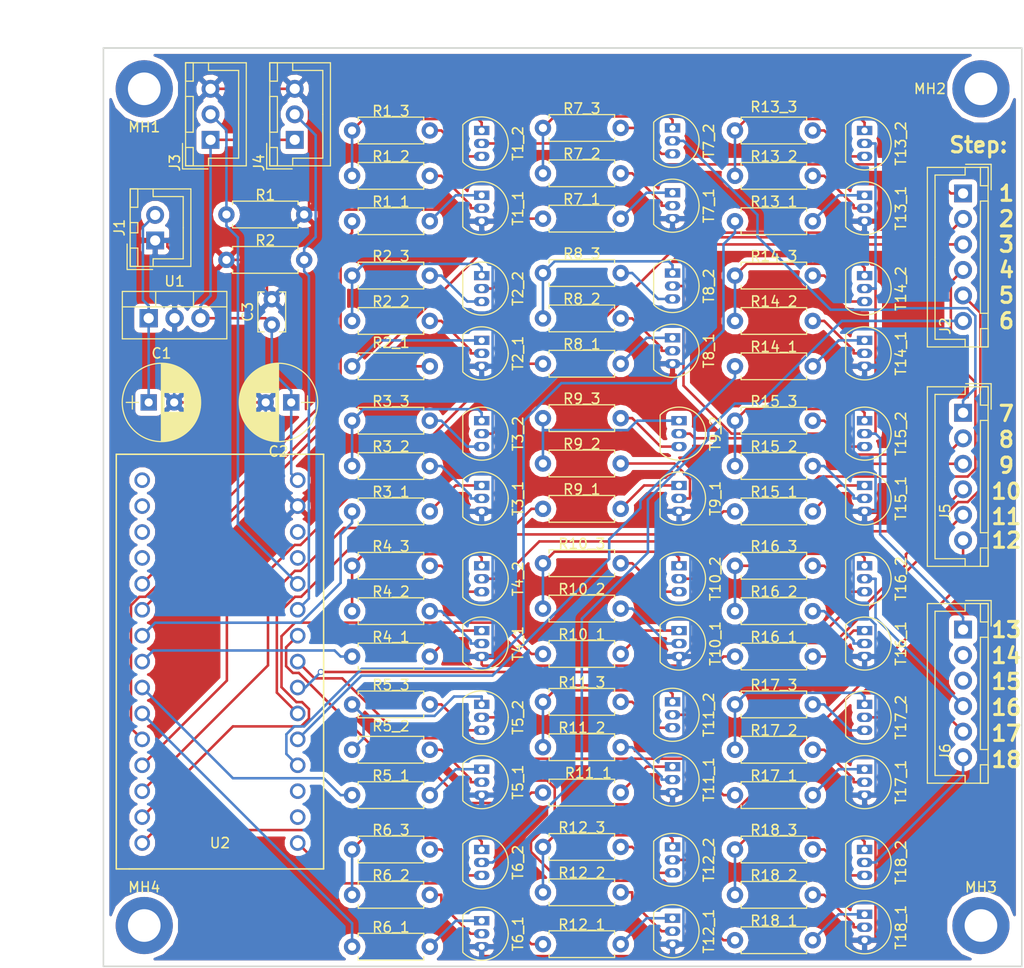
<source format=kicad_pcb>
(kicad_pcb (version 4) (host pcbnew 4.0.7-e2-6376~61~ubuntu18.04.1)
  (layers (0 F.Cu signal) (31 B.Cu signal) (34 B.Paste user) (35 F.Paste user) (36 B.SilkS user) (37 F.SilkS user) (38 B.Mask user) (39 F.Mask user) (44 Edge.Cuts user))
  (net 0 "")
  (net 1 +12V)
  (net 2 GND)
  (net 3 +5V)
  (net 4 Step1)
  (net 5 Step2)
  (net 6 Step3)
  (net 7 Step4)
  (net 8 Step5)
  (net 9 Step6)
  (net 10 Step7)
  (net 11 Step8)
  (net 12 Step9)
  (net 13 Step10)
  (net 14 Step11)
  (net 15 Step12)
  (net 16 Step13)
  (net 17 "Net-(R1_1-Pad1)")
  (net 18 Step1_a)
  (net 19 "Net-(R1_2-Pad1)")
  (net 20 Step2_a)
  (net 21 Step3_a)
  (net 22 Step4_a)
  (net 23 Step5_a)
  (net 24 Step6_a)
  (net 25 Step7_a)
  (net 26 Step8_a)
  (net 27 Step9_a)
  (net 28 Step10_a)
  (net 29 Step11_a)
  (net 30 Step12_a)
  (net 31 Step13_a)
  (net 32 "Net-(U2-Pad4)")
  (net 33 "Net-(U2-Pad3)")
  (net 34 "Net-(U2-Pad2)")
  (net 35 "Net-(U2-Pad1)")
  (net 36 "Net-(U2-Pad17)")
  (net 37 "Net-(U2-Pad18)")
  (net 38 "Net-(U2-Pad28)")
  (net 39 "Net-(R1_2-Pad2)")
  (net 40 "Net-(R1_3-Pad2)")
  (net 41 "Net-(R2_1-Pad1)")
  (net 42 "Net-(R2_2-Pad1)")
  (net 43 "Net-(R2_2-Pad2)")
  (net 44 "Net-(R2_3-Pad2)")
  (net 45 "Net-(R3_1-Pad1)")
  (net 46 "Net-(R3_2-Pad1)")
  (net 47 "Net-(R3_2-Pad2)")
  (net 48 "Net-(R3_3-Pad2)")
  (net 49 "Net-(R4_1-Pad1)")
  (net 50 "Net-(R4_2-Pad1)")
  (net 51 "Net-(R4_2-Pad2)")
  (net 52 "Net-(R4_3-Pad2)")
  (net 53 "Net-(R5_1-Pad1)")
  (net 54 "Net-(R5_2-Pad1)")
  (net 55 "Net-(R5_2-Pad2)")
  (net 56 "Net-(R5_3-Pad2)")
  (net 57 "Net-(R6_1-Pad1)")
  (net 58 "Net-(R6_2-Pad1)")
  (net 59 "Net-(R6_2-Pad2)")
  (net 60 "Net-(R6_3-Pad2)")
  (net 61 "Net-(R7_1-Pad1)")
  (net 62 "Net-(R7_2-Pad1)")
  (net 63 "Net-(R7_2-Pad2)")
  (net 64 "Net-(R7_3-Pad2)")
  (net 65 "Net-(R8_1-Pad1)")
  (net 66 "Net-(R8_2-Pad1)")
  (net 67 "Net-(R8_2-Pad2)")
  (net 68 "Net-(R8_3-Pad2)")
  (net 69 "Net-(R9_1-Pad1)")
  (net 70 "Net-(R9_2-Pad1)")
  (net 71 "Net-(R9_2-Pad2)")
  (net 72 "Net-(R9_3-Pad2)")
  (net 73 "Net-(R10_1-Pad1)")
  (net 74 "Net-(R10_2-Pad1)")
  (net 75 "Net-(R10_2-Pad2)")
  (net 76 "Net-(R10_3-Pad2)")
  (net 77 "Net-(R11_1-Pad1)")
  (net 78 "Net-(R11_2-Pad1)")
  (net 79 "Net-(R11_2-Pad2)")
  (net 80 "Net-(R11_3-Pad2)")
  (net 81 "Net-(R12_1-Pad1)")
  (net 82 "Net-(R12_2-Pad1)")
  (net 83 "Net-(R12_2-Pad2)")
  (net 84 "Net-(R12_3-Pad2)")
  (net 85 "Net-(R13_1-Pad1)")
  (net 86 "Net-(R13_2-Pad1)")
  (net 87 "Net-(R13_2-Pad2)")
  (net 88 "Net-(R13_3-Pad2)")
  (net 89 "Net-(J3-Pad2)")
  (net 90 "Net-(J4-Pad2)")
  (net 91 "Net-(R14_1-Pad1)")
  (net 92 Step14_a)
  (net 93 "Net-(R14_2-Pad1)")
  (net 94 "Net-(R14_2-Pad2)")
  (net 95 "Net-(R14_3-Pad2)")
  (net 96 "Net-(R15_1-Pad1)")
  (net 97 Step15_a)
  (net 98 "Net-(R15_2-Pad1)")
  (net 99 "Net-(R15_2-Pad2)")
  (net 100 "Net-(R15_3-Pad2)")
  (net 101 "Net-(R16_1-Pad1)")
  (net 102 Step16_a)
  (net 103 "Net-(R16_2-Pad1)")
  (net 104 "Net-(R16_2-Pad2)")
  (net 105 "Net-(R16_3-Pad2)")
  (net 106 "Net-(R17_1-Pad1)")
  (net 107 Step17_a)
  (net 108 "Net-(R17_2-Pad1)")
  (net 109 "Net-(R17_2-Pad2)")
  (net 110 "Net-(R17_3-Pad2)")
  (net 111 "Net-(R18_1-Pad1)")
  (net 112 Step18_a)
  (net 113 "Net-(R18_2-Pad1)")
  (net 114 "Net-(R18_2-Pad2)")
  (net 115 "Net-(R18_3-Pad2)")
  (net 116 Step16)
  (net 117 Step17)
  (net 118 Step18)
  (net 119 Step14)
  (net 120 Step15)
  (net 121 "Net-(U2-Pad27)")
  (module Mounting_Holes:MountingHole_3.2mm_M3_DIN965_Pad (layer F.Cu) (at 196.5 71.5)
    (fp_text reference MH2 (at -5 0) (layer F.SilkS))
    (fp_text value MH2)
    (pad 1 thru_hole circle (at 0 0) (size 5.6 5.6) (drill 3.2) (layers *.Cu *.Mask))
  )
  (module Mounting_Holes:MountingHole_3.2mm_M3_DIN965_Pad (layer F.Cu) (at 196.5 153.5)
    (fp_text reference MH3 (at 0 -3.75) (layer F.SilkS))
    (fp_text value MH3)
    (pad 1 thru_hole circle (at 0 0) (size 5.6 5.6) (drill 3.2) (layers *.Cu *.Mask))
  )
  (module Mounting_Holes:MountingHole_3.2mm_M3_DIN965_Pad (layer F.Cu) (at 114.5 153.5)
    (fp_text reference MH4 (at 0 -3.75) (layer F.SilkS))
    (fp_text value MH4)
    (pad 1 thru_hole circle (at 0 0) (size 5.6 5.6) (drill 3.2) (layers *.Cu *.Mask))
  )
  (module TO_SOT_Packages_THT:TO-92_Inline_Narrow_Oval (layer F.Cu) (at 185.095 75.585 270)
    (fp_text reference T13_2 (at 1.27 -3.56 270) (layer F.SilkS))
    (fp_text value BC327)
    (pad 2 thru_hole oval (at 1.27 0 90) (size 0.9 1.5) (drill 0.6) (layers *.Cu *.Mask) (net 16 Step13))
    (pad 3 thru_hole oval (at 2.54 0 90) (size 0.9 1.5) (drill 0.6) (layers *.Cu *.Mask) (net 88 "Net-(R13_3-Pad2)"))
    (pad 1 thru_hole rect (at 0 0 90) (size 0.9 1.5) (drill 0.6) (layers *.Cu *.Mask) (net 86 "Net-(R13_2-Pad1)"))
  )
  (module Resistors_THT:R_Axial_DIN0207_L6.3mm_D2.5mm_P7.62mm_Horizontal (layer F.Cu) (at 142.49 84.475 180)
    (fp_text reference R1_1 (at 3.81 1.905 180) (layer F.SilkS))
    (fp_text value 10k)
    (pad 1 thru_hole circle (at 0 0 180) (size 1.6 1.6) (drill 0.8) (layers *.Cu *.Mask) (net 17 "Net-(R1_1-Pad1)"))
    (pad 2 thru_hole oval (at 7.62 0 180) (size 1.6 1.6) (drill 0.8) (layers *.Cu *.Mask) (net 18 Step1_a))
  )
  (module Resistors_THT:R_Axial_DIN0207_L6.3mm_D2.5mm_P7.62mm_Horizontal (layer F.Cu) (at 134.87 75.585)
    (fp_text reference R1_3 (at 3.81 -1.905) (layer F.SilkS))
    (fp_text value 1k)
    (pad 1 thru_hole circle (at 0 0) (size 1.6 1.6) (drill 0.8) (layers *.Cu *.Mask) (net 19 "Net-(R1_2-Pad1)"))
    (pad 2 thru_hole oval (at 7.62 0) (size 1.6 1.6) (drill 0.8) (layers *.Cu *.Mask) (net 40 "Net-(R1_3-Pad2)"))
  )
  (module Resistors_THT:R_Axial_DIN0207_L6.3mm_D2.5mm_P7.62mm_Horizontal (layer F.Cu) (at 134.87 94.25)
    (fp_text reference R2_2 (at 3.81 -1.905) (layer F.SilkS))
    (fp_text value 1k)
    (pad 1 thru_hole circle (at 0 0) (size 1.6 1.6) (drill 0.8) (layers *.Cu *.Mask) (net 42 "Net-(R2_2-Pad1)"))
    (pad 2 thru_hole oval (at 7.62 0) (size 1.6 1.6) (drill 0.8) (layers *.Cu *.Mask) (net 43 "Net-(R2_2-Pad2)"))
  )
  (module Resistors_THT:R_Axial_DIN0207_L6.3mm_D2.5mm_P7.62mm_Horizontal (layer F.Cu) (at 134.87 89.805)
    (fp_text reference R2_3 (at 3.81 -1.905) (layer F.SilkS))
    (fp_text value 1k)
    (pad 1 thru_hole circle (at 0 0) (size 1.6 1.6) (drill 0.8) (layers *.Cu *.Mask) (net 42 "Net-(R2_2-Pad1)"))
    (pad 2 thru_hole oval (at 7.62 0) (size 1.6 1.6) (drill 0.8) (layers *.Cu *.Mask) (net 44 "Net-(R2_3-Pad2)"))
  )
  (module Resistors_THT:R_Axial_DIN0207_L6.3mm_D2.5mm_P7.62mm_Horizontal (layer F.Cu) (at 134.87 108.47)
    (fp_text reference R3_2 (at 3.81 -1.905) (layer F.SilkS))
    (fp_text value 1k)
    (pad 1 thru_hole circle (at 0 0) (size 1.6 1.6) (drill 0.8) (layers *.Cu *.Mask) (net 46 "Net-(R3_2-Pad1)"))
    (pad 2 thru_hole oval (at 7.62 0) (size 1.6 1.6) (drill 0.8) (layers *.Cu *.Mask) (net 47 "Net-(R3_2-Pad2)"))
  )
  (module Resistors_THT:R_Axial_DIN0207_L6.3mm_D2.5mm_P7.62mm_Horizontal (layer F.Cu) (at 134.87 104.025)
    (fp_text reference R3_3 (at 3.81 -1.905) (layer F.SilkS))
    (fp_text value 1k)
    (pad 1 thru_hole circle (at 0 0) (size 1.6 1.6) (drill 0.8) (layers *.Cu *.Mask) (net 46 "Net-(R3_2-Pad1)"))
    (pad 2 thru_hole oval (at 7.62 0) (size 1.6 1.6) (drill 0.8) (layers *.Cu *.Mask) (net 48 "Net-(R3_3-Pad2)"))
  )
  (module Resistors_THT:R_Axial_DIN0207_L6.3mm_D2.5mm_P7.62mm_Horizontal (layer F.Cu) (at 134.87 122.69)
    (fp_text reference R4_2 (at 3.81 -1.905) (layer F.SilkS))
    (fp_text value 1k)
    (pad 1 thru_hole circle (at 0 0) (size 1.6 1.6) (drill 0.8) (layers *.Cu *.Mask) (net 50 "Net-(R4_2-Pad1)"))
    (pad 2 thru_hole oval (at 7.62 0) (size 1.6 1.6) (drill 0.8) (layers *.Cu *.Mask) (net 51 "Net-(R4_2-Pad2)"))
  )
  (module Resistors_THT:R_Axial_DIN0207_L6.3mm_D2.5mm_P7.62mm_Horizontal (layer F.Cu) (at 134.87 118.245)
    (fp_text reference R4_3 (at 3.81 -1.905) (layer F.SilkS))
    (fp_text value 1k)
    (pad 1 thru_hole circle (at 0 0) (size 1.6 1.6) (drill 0.8) (layers *.Cu *.Mask) (net 50 "Net-(R4_2-Pad1)"))
    (pad 2 thru_hole oval (at 7.62 0) (size 1.6 1.6) (drill 0.8) (layers *.Cu *.Mask) (net 52 "Net-(R4_3-Pad2)"))
  )
  (module Resistors_THT:R_Axial_DIN0207_L6.3mm_D2.5mm_P7.62mm_Horizontal (layer F.Cu) (at 161.195 98.445 180)
    (fp_text reference R8_1 (at 3.81 1.905 180) (layer F.SilkS))
    (fp_text value 10k)
    (pad 1 thru_hole circle (at 0 0 180) (size 1.6 1.6) (drill 0.8) (layers *.Cu *.Mask) (net 65 "Net-(R8_1-Pad1)"))
    (pad 2 thru_hole oval (at 7.62 0 180) (size 1.6 1.6) (drill 0.8) (layers *.Cu *.Mask) (net 26 Step8_a))
  )
  (module Resistors_THT:R_Axial_DIN0207_L6.3mm_D2.5mm_P7.62mm_Horizontal (layer F.Cu) (at 153.575 94)
    (fp_text reference R8_2 (at 3.81 -1.905) (layer F.SilkS))
    (fp_text value 1k)
    (pad 1 thru_hole circle (at 0 0) (size 1.6 1.6) (drill 0.8) (layers *.Cu *.Mask) (net 66 "Net-(R8_2-Pad1)"))
    (pad 2 thru_hole oval (at 7.62 0) (size 1.6 1.6) (drill 0.8) (layers *.Cu *.Mask) (net 67 "Net-(R8_2-Pad2)"))
  )
  (module Resistors_THT:R_Axial_DIN0207_L6.3mm_D2.5mm_P7.62mm_Horizontal (layer F.Cu) (at 153.575 89.555)
    (fp_text reference R8_3 (at 3.81 -1.905) (layer F.SilkS))
    (fp_text value 1k)
    (pad 1 thru_hole circle (at 0 0) (size 1.6 1.6) (drill 0.8) (layers *.Cu *.Mask) (net 66 "Net-(R8_2-Pad1)"))
    (pad 2 thru_hole oval (at 7.62 0) (size 1.6 1.6) (drill 0.8) (layers *.Cu *.Mask) (net 68 "Net-(R8_3-Pad2)"))
  )
  (module Resistors_THT:R_Axial_DIN0207_L6.3mm_D2.5mm_P7.62mm_Horizontal (layer F.Cu) (at 161.195 112.665 180)
    (fp_text reference R9_1 (at 3.81 1.905 180) (layer F.SilkS))
    (fp_text value 10k)
    (pad 1 thru_hole circle (at 0 0 180) (size 1.6 1.6) (drill 0.8) (layers *.Cu *.Mask) (net 69 "Net-(R9_1-Pad1)"))
    (pad 2 thru_hole oval (at 7.62 0 180) (size 1.6 1.6) (drill 0.8) (layers *.Cu *.Mask) (net 27 Step9_a))
  )
  (module Resistors_THT:R_Axial_DIN0207_L6.3mm_D2.5mm_P7.62mm_Horizontal (layer F.Cu) (at 153.575 108.22)
    (fp_text reference R9_2 (at 3.81 -1.905) (layer F.SilkS))
    (fp_text value 1k)
    (pad 1 thru_hole circle (at 0 0) (size 1.6 1.6) (drill 0.8) (layers *.Cu *.Mask) (net 70 "Net-(R9_2-Pad1)"))
    (pad 2 thru_hole oval (at 7.62 0) (size 1.6 1.6) (drill 0.8) (layers *.Cu *.Mask) (net 71 "Net-(R9_2-Pad2)"))
  )
  (module Resistors_THT:R_Axial_DIN0207_L6.3mm_D2.5mm_P7.62mm_Horizontal (layer F.Cu) (at 153.575 103.775)
    (fp_text reference R9_3 (at 3.81 -1.905) (layer F.SilkS))
    (fp_text value 1k)
    (pad 1 thru_hole circle (at 0 0) (size 1.6 1.6) (drill 0.8) (layers *.Cu *.Mask) (net 70 "Net-(R9_2-Pad1)"))
    (pad 2 thru_hole oval (at 7.62 0) (size 1.6 1.6) (drill 0.8) (layers *.Cu *.Mask) (net 72 "Net-(R9_3-Pad2)"))
  )
  (module Resistors_THT:R_Axial_DIN0207_L6.3mm_D2.5mm_P7.62mm_Horizontal (layer F.Cu) (at 161.195 126.885 180)
    (fp_text reference R10_1 (at 3.81 1.905 180) (layer F.SilkS))
    (fp_text value 10k)
    (pad 1 thru_hole circle (at 0 0 180) (size 1.6 1.6) (drill 0.8) (layers *.Cu *.Mask) (net 73 "Net-(R10_1-Pad1)"))
    (pad 2 thru_hole oval (at 7.62 0 180) (size 1.6 1.6) (drill 0.8) (layers *.Cu *.Mask) (net 28 Step10_a))
  )
  (module Resistors_THT:R_Axial_DIN0207_L6.3mm_D2.5mm_P7.62mm_Horizontal (layer F.Cu) (at 153.575 122.44)
    (fp_text reference R10_2 (at 3.81 -1.905) (layer F.SilkS))
    (fp_text value 1k)
    (pad 1 thru_hole circle (at 0 0) (size 1.6 1.6) (drill 0.8) (layers *.Cu *.Mask) (net 74 "Net-(R10_2-Pad1)"))
    (pad 2 thru_hole oval (at 7.62 0) (size 1.6 1.6) (drill 0.8) (layers *.Cu *.Mask) (net 75 "Net-(R10_2-Pad2)"))
  )
  (module Resistors_THT:R_Axial_DIN0207_L6.3mm_D2.5mm_P7.62mm_Horizontal (layer F.Cu) (at 153.575 117.995)
    (fp_text reference R10_3 (at 3.81 -1.905) (layer F.SilkS))
    (fp_text value 1k)
    (pad 1 thru_hole circle (at 0 0) (size 1.6 1.6) (drill 0.8) (layers *.Cu *.Mask) (net 74 "Net-(R10_2-Pad1)"))
    (pad 2 thru_hole oval (at 7.62 0) (size 1.6 1.6) (drill 0.8) (layers *.Cu *.Mask) (net 76 "Net-(R10_3-Pad2)"))
  )
  (module Resistors_THT:R_Axial_DIN0207_L6.3mm_D2.5mm_P7.62mm_Horizontal (layer F.Cu) (at 161.195 140.47 180)
    (fp_text reference R11_1 (at 3.175 1.905 180) (layer F.SilkS))
    (fp_text value 10k)
    (pad 1 thru_hole circle (at 0 0 180) (size 1.6 1.6) (drill 0.8) (layers *.Cu *.Mask) (net 77 "Net-(R11_1-Pad1)"))
    (pad 2 thru_hole oval (at 7.62 0 180) (size 1.6 1.6) (drill 0.8) (layers *.Cu *.Mask) (net 29 Step11_a))
  )
  (module Resistors_THT:R_Axial_DIN0207_L6.3mm_D2.5mm_P7.62mm_Horizontal (layer F.Cu) (at 153.575 131.58)
    (fp_text reference R11_3 (at 3.81 -1.905) (layer F.SilkS))
    (fp_text value 1k)
    (pad 1 thru_hole circle (at 0 0) (size 1.6 1.6) (drill 0.8) (layers *.Cu *.Mask) (net 78 "Net-(R11_2-Pad1)"))
    (pad 2 thru_hole oval (at 7.62 0) (size 1.6 1.6) (drill 0.8) (layers *.Cu *.Mask) (net 80 "Net-(R11_3-Pad2)"))
  )
  (module NOKO_Wetimer:Arduino_Nano (layer F.Cu) (at 121.92 127.635)
    (fp_text reference U2 (at 0 17.78) (layer F.SilkS))
    (fp_text value Arduino_Nano)
    (pad 7 thru_hole circle (at -7.62 -2.54) (size 1.524 1.524) (drill 1) (layers *.Cu *.Mask) (net 21 Step3_a))
    (pad 6 thru_hole circle (at -7.62 -5.08) (size 1.524 1.524) (drill 1) (layers *.Cu *.Mask) (net 20 Step2_a))
    (pad 5 thru_hole circle (at -7.62 -7.62) (size 1.524 1.524) (drill 1) (layers *.Cu *.Mask) (net 18 Step1_a))
    (pad 4 thru_hole circle (at -7.62 -10.16) (size 1.524 1.524) (drill 1) (layers *.Cu *.Mask) (net 32 "Net-(U2-Pad4)"))
    (pad 3 thru_hole circle (at -7.62 -12.7) (size 1.524 1.524) (drill 1) (layers *.Cu *.Mask) (net 33 "Net-(U2-Pad3)"))
    (pad 2 thru_hole circle (at -7.62 -15.24) (size 1.524 1.524) (drill 1) (layers *.Cu *.Mask) (net 34 "Net-(U2-Pad2)"))
    (pad 1 thru_hole circle (at -7.62 -17.78) (size 1.524 1.524) (drill 1) (layers *.Cu *.Mask) (net 35 "Net-(U2-Pad1)"))
    (pad 8 thru_hole circle (at -7.62 0) (size 1.524 1.524) (drill 1) (layers *.Cu *.Mask) (net 22 Step4_a))
    (pad 9 thru_hole circle (at -7.62 2.54) (size 1.524 1.524) (drill 1) (layers *.Cu *.Mask) (net 23 Step5_a))
    (pad 10 thru_hole circle (at -7.62 5.08) (size 1.524 1.524) (drill 1) (layers *.Cu *.Mask) (net 24 Step6_a))
    (pad 11 thru_hole circle (at -7.62 7.62) (size 1.524 1.524) (drill 1) (layers *.Cu *.Mask) (net 25 Step7_a))
    (pad 12 thru_hole circle (at -7.62 10.16) (size 1.524 1.524) (drill 1) (layers *.Cu *.Mask) (net 26 Step8_a))
    (pad 13 thru_hole circle (at -7.62 12.7) (size 1.524 1.524) (drill 1) (layers *.Cu *.Mask) (net 27 Step9_a))
    (pad 14 thru_hole circle (at -7.62 15.24) (size 1.524 1.524) (drill 1) (layers *.Cu *.Mask) (net 28 Step10_a))
    (pad 15 thru_hole circle (at -7.62 17.78) (size 1.524 1.524) (drill 1) (layers *.Cu *.Mask) (net 29 Step11_a))
    (pad 16 thru_hole circle (at 7.62 17.78) (size 1.524 1.524) (drill 1) (layers *.Cu *.Mask) (net 30 Step12_a))
    (pad 17 thru_hole circle (at 7.62 15.24) (size 1.524 1.524) (drill 1) (layers *.Cu *.Mask) (net 36 "Net-(U2-Pad17)"))
    (pad 18 thru_hole circle (at 7.62 12.7) (size 1.524 1.524) (drill 1) (layers *.Cu *.Mask) (net 37 "Net-(U2-Pad18)"))
    (pad 19 thru_hole circle (at 7.62 10.16) (size 1.524 1.524) (drill 1) (layers *.Cu *.Mask) (net 31 Step13_a))
    (pad 20 thru_hole circle (at 7.62 7.62) (size 1.524 1.524) (drill 1) (layers *.Cu *.Mask) (net 92 Step14_a))
    (pad 21 thru_hole circle (at 7.62 5.08) (size 1.524 1.524) (drill 1) (layers *.Cu *.Mask) (net 97 Step15_a))
    (pad 22 thru_hole circle (at 7.62 2.54) (size 1.524 1.524) (drill 1) (layers *.Cu *.Mask) (net 102 Step16_a))
    (pad 23 thru_hole circle (at 7.62 0) (size 1.524 1.524) (drill 1) (layers *.Cu *.Mask) (net 107 Step17_a))
    (pad 24 thru_hole circle (at 7.62 -2.54) (size 1.524 1.524) (drill 1) (layers *.Cu *.Mask) (net 112 Step18_a))
    (pad 25 thru_hole circle (at 7.62 -5.08) (size 1.524 1.524) (drill 1) (layers *.Cu *.Mask) (net 90 "Net-(J4-Pad2)"))
    (pad 26 thru_hole circle (at 7.62 -7.62) (size 1.524 1.524) (drill 1) (layers *.Cu *.Mask) (net 89 "Net-(J3-Pad2)"))
    (pad 27 thru_hole circle (at 7.62 -10.16) (size 1.524 1.524) (drill 1) (layers *.Cu *.Mask) (net 121 "Net-(U2-Pad27)"))
    (pad 28 thru_hole circle (at 7.62 -12.7) (size 1.524 1.524) (drill 1) (layers *.Cu *.Mask) (net 38 "Net-(U2-Pad28)"))
    (pad 29 thru_hole circle (at 7.62 -15.24) (size 1.524 1.524) (drill 1) (layers *.Cu *.Mask) (net 2 GND))
    (pad 30 thru_hole circle (at 7.62 -17.78) (size 1.524 1.524) (drill 1) (layers *.Cu *.Mask) (net 3 +5V))
  )
  (module Resistors_THT:R_Axial_DIN0207_L6.3mm_D2.5mm_P7.62mm_Horizontal (layer F.Cu) (at 134.87 98.695)
    (fp_text reference R2_1 (at 3.81 -2.31) (layer F.SilkS))
    (fp_text value 10k)
    (pad 1 thru_hole circle (at 0 0) (size 1.6 1.6) (drill 0.8) (layers *.Cu *.Mask) (net 41 "Net-(R2_1-Pad1)"))
    (pad 2 thru_hole oval (at 7.62 0) (size 1.6 1.6) (drill 0.8) (layers *.Cu *.Mask) (net 20 Step2_a))
  )
  (module Resistors_THT:R_Axial_DIN0207_L6.3mm_D2.5mm_P7.62mm_Horizontal (layer F.Cu) (at 142.49 112.915 180)
    (fp_text reference R3_1 (at 3.81 1.905 180) (layer F.SilkS))
    (fp_text value 10k)
    (pad 1 thru_hole circle (at 0 0 180) (size 1.6 1.6) (drill 0.8) (layers *.Cu *.Mask) (net 45 "Net-(R3_1-Pad1)"))
    (pad 2 thru_hole oval (at 7.62 0 180) (size 1.6 1.6) (drill 0.8) (layers *.Cu *.Mask) (net 21 Step3_a))
  )
  (module Resistors_THT:R_Axial_DIN0207_L6.3mm_D2.5mm_P7.62mm_Horizontal (layer F.Cu) (at 142.49 127.135 180)
    (fp_text reference R4_1 (at 3.81 1.905 180) (layer F.SilkS))
    (fp_text value 10k)
    (pad 1 thru_hole circle (at 0 0 180) (size 1.6 1.6) (drill 0.8) (layers *.Cu *.Mask) (net 49 "Net-(R4_1-Pad1)"))
    (pad 2 thru_hole oval (at 7.62 0 180) (size 1.6 1.6) (drill 0.8) (layers *.Cu *.Mask) (net 22 Step4_a))
  )
  (module Resistors_THT:R_Axial_DIN0207_L6.3mm_D2.5mm_P7.62mm_Horizontal (layer F.Cu) (at 142.49 140.72 180)
    (fp_text reference R5_1 (at 3.81 1.905 180) (layer F.SilkS))
    (fp_text value 10k)
    (pad 1 thru_hole circle (at 0 0 180) (size 1.6 1.6) (drill 0.8) (layers *.Cu *.Mask) (net 53 "Net-(R5_1-Pad1)"))
    (pad 2 thru_hole oval (at 7.62 0 180) (size 1.6 1.6) (drill 0.8) (layers *.Cu *.Mask) (net 23 Step5_a))
  )
  (module Resistors_THT:R_Axial_DIN0207_L6.3mm_D2.5mm_P7.62mm_Horizontal (layer F.Cu) (at 134.87 136.275)
    (fp_text reference R5_2 (at 3.81 -2.31) (layer F.SilkS))
    (fp_text value 1k)
    (pad 1 thru_hole circle (at 0 0) (size 1.6 1.6) (drill 0.8) (layers *.Cu *.Mask) (net 54 "Net-(R5_2-Pad1)"))
    (pad 2 thru_hole oval (at 7.62 0) (size 1.6 1.6) (drill 0.8) (layers *.Cu *.Mask) (net 55 "Net-(R5_2-Pad2)"))
  )
  (module Resistors_THT:R_Axial_DIN0207_L6.3mm_D2.5mm_P7.62mm_Horizontal (layer F.Cu) (at 134.87 131.83)
    (fp_text reference R5_3 (at 3.81 -1.905) (layer F.SilkS))
    (fp_text value 1k)
    (pad 1 thru_hole circle (at 0 0) (size 1.6 1.6) (drill 0.8) (layers *.Cu *.Mask) (net 54 "Net-(R5_2-Pad1)"))
    (pad 2 thru_hole oval (at 7.62 0) (size 1.6 1.6) (drill 0.8) (layers *.Cu *.Mask) (net 56 "Net-(R5_3-Pad2)"))
  )
  (module Resistors_THT:R_Axial_DIN0207_L6.3mm_D2.5mm_P7.62mm_Horizontal (layer F.Cu) (at 142.49 155.575 180)
    (fp_text reference R6_1 (at 3.81 1.905 180) (layer F.SilkS))
    (fp_text value 10k)
    (pad 1 thru_hole circle (at 0 0 180) (size 1.6 1.6) (drill 0.8) (layers *.Cu *.Mask) (net 57 "Net-(R6_1-Pad1)"))
    (pad 2 thru_hole oval (at 7.62 0 180) (size 1.6 1.6) (drill 0.8) (layers *.Cu *.Mask) (net 24 Step6_a))
  )
  (module Resistors_THT:R_Axial_DIN0207_L6.3mm_D2.5mm_P7.62mm_Horizontal (layer F.Cu) (at 134.87 150.495)
    (fp_text reference R6_2 (at 3.81 -1.905) (layer F.SilkS))
    (fp_text value 1k)
    (pad 1 thru_hole circle (at 0 0) (size 1.6 1.6) (drill 0.8) (layers *.Cu *.Mask) (net 58 "Net-(R6_2-Pad1)"))
    (pad 2 thru_hole oval (at 7.62 0) (size 1.6 1.6) (drill 0.8) (layers *.Cu *.Mask) (net 59 "Net-(R6_2-Pad2)"))
  )
  (module Resistors_THT:R_Axial_DIN0207_L6.3mm_D2.5mm_P7.62mm_Horizontal (layer F.Cu) (at 134.87 146.05)
    (fp_text reference R6_3 (at 3.81 -1.905) (layer F.SilkS))
    (fp_text value 1k)
    (pad 1 thru_hole circle (at 0 0) (size 1.6 1.6) (drill 0.8) (layers *.Cu *.Mask) (net 58 "Net-(R6_2-Pad1)"))
    (pad 2 thru_hole oval (at 7.62 0) (size 1.6 1.6) (drill 0.8) (layers *.Cu *.Mask) (net 60 "Net-(R6_3-Pad2)"))
  )
  (module Resistors_THT:R_Axial_DIN0207_L6.3mm_D2.5mm_P7.62mm_Horizontal (layer F.Cu) (at 161.195 84.225 180)
    (fp_text reference R7_1 (at 3.81 1.905 180) (layer F.SilkS))
    (fp_text value 10k)
    (pad 1 thru_hole circle (at 0 0 180) (size 1.6 1.6) (drill 0.8) (layers *.Cu *.Mask) (net 61 "Net-(R7_1-Pad1)"))
    (pad 2 thru_hole oval (at 7.62 0 180) (size 1.6 1.6) (drill 0.8) (layers *.Cu *.Mask) (net 25 Step7_a))
  )
  (module Resistors_THT:R_Axial_DIN0207_L6.3mm_D2.5mm_P7.62mm_Horizontal (layer F.Cu) (at 153.575 79.78)
    (fp_text reference R7_2 (at 3.81 -1.905) (layer F.SilkS))
    (fp_text value 1k)
    (pad 1 thru_hole circle (at 0 0) (size 1.6 1.6) (drill 0.8) (layers *.Cu *.Mask) (net 62 "Net-(R7_2-Pad1)"))
    (pad 2 thru_hole oval (at 7.62 0) (size 1.6 1.6) (drill 0.8) (layers *.Cu *.Mask) (net 63 "Net-(R7_2-Pad2)"))
  )
  (module Resistors_THT:R_Axial_DIN0207_L6.3mm_D2.5mm_P7.62mm_Horizontal (layer F.Cu) (at 153.575 75.335)
    (fp_text reference R7_3 (at 3.81 -1.905) (layer F.SilkS))
    (fp_text value 1k)
    (pad 1 thru_hole circle (at 0 0) (size 1.6 1.6) (drill 0.8) (layers *.Cu *.Mask) (net 62 "Net-(R7_2-Pad1)"))
    (pad 2 thru_hole oval (at 7.62 0) (size 1.6 1.6) (drill 0.8) (layers *.Cu *.Mask) (net 64 "Net-(R7_3-Pad2)"))
  )
  (module Resistors_THT:R_Axial_DIN0207_L6.3mm_D2.5mm_P7.62mm_Horizontal (layer F.Cu) (at 153.575 136.025)
    (fp_text reference R11_2 (at 3.81 -1.905) (layer F.SilkS))
    (fp_text value 1k)
    (pad 1 thru_hole circle (at 0 0) (size 1.6 1.6) (drill 0.8) (layers *.Cu *.Mask) (net 78 "Net-(R11_2-Pad1)"))
    (pad 2 thru_hole oval (at 7.62 0) (size 1.6 1.6) (drill 0.8) (layers *.Cu *.Mask) (net 79 "Net-(R11_2-Pad2)"))
  )
  (module Resistors_THT:R_Axial_DIN0207_L6.3mm_D2.5mm_P7.62mm_Horizontal (layer F.Cu) (at 161.195 155.325 180)
    (fp_text reference R12_1 (at 3.81 1.905 180) (layer F.SilkS))
    (fp_text value 10k)
    (pad 1 thru_hole circle (at 0 0 180) (size 1.6 1.6) (drill 0.8) (layers *.Cu *.Mask) (net 81 "Net-(R12_1-Pad1)"))
    (pad 2 thru_hole oval (at 7.62 0 180) (size 1.6 1.6) (drill 0.8) (layers *.Cu *.Mask) (net 30 Step12_a))
  )
  (module Resistors_THT:R_Axial_DIN0207_L6.3mm_D2.5mm_P7.62mm_Horizontal (layer F.Cu) (at 153.575 150.245)
    (fp_text reference R12_2 (at 3.81 -1.905) (layer F.SilkS))
    (fp_text value 1k)
    (pad 1 thru_hole circle (at 0 0) (size 1.6 1.6) (drill 0.8) (layers *.Cu *.Mask) (net 82 "Net-(R12_2-Pad1)"))
    (pad 2 thru_hole oval (at 7.62 0) (size 1.6 1.6) (drill 0.8) (layers *.Cu *.Mask) (net 83 "Net-(R12_2-Pad2)"))
  )
  (module Resistors_THT:R_Axial_DIN0207_L6.3mm_D2.5mm_P7.62mm_Horizontal (layer F.Cu) (at 153.575 145.8)
    (fp_text reference R12_3 (at 3.81 -1.905) (layer F.SilkS))
    (fp_text value 1k)
    (pad 1 thru_hole circle (at 0 0) (size 1.6 1.6) (drill 0.8) (layers *.Cu *.Mask) (net 82 "Net-(R12_2-Pad1)"))
    (pad 2 thru_hole oval (at 7.62 0) (size 1.6 1.6) (drill 0.8) (layers *.Cu *.Mask) (net 84 "Net-(R12_3-Pad2)"))
  )
  (module Resistors_THT:R_Axial_DIN0207_L6.3mm_D2.5mm_P7.62mm_Horizontal (layer F.Cu) (at 180.015 84.475 180)
    (fp_text reference R13_1 (at 3.81 1.905 180) (layer F.SilkS))
    (fp_text value 10k)
    (pad 1 thru_hole circle (at 0 0 180) (size 1.6 1.6) (drill 0.8) (layers *.Cu *.Mask) (net 85 "Net-(R13_1-Pad1)"))
    (pad 2 thru_hole oval (at 7.62 0 180) (size 1.6 1.6) (drill 0.8) (layers *.Cu *.Mask) (net 31 Step13_a))
  )
  (module Resistors_THT:R_Axial_DIN0207_L6.3mm_D2.5mm_P7.62mm_Horizontal (layer F.Cu) (at 172.395 80.03)
    (fp_text reference R13_2 (at 3.81 -1.905) (layer F.SilkS))
    (fp_text value 1k)
    (pad 1 thru_hole circle (at 0 0) (size 1.6 1.6) (drill 0.8) (layers *.Cu *.Mask) (net 86 "Net-(R13_2-Pad1)"))
    (pad 2 thru_hole oval (at 7.62 0) (size 1.6 1.6) (drill 0.8) (layers *.Cu *.Mask) (net 87 "Net-(R13_2-Pad2)"))
  )
  (module Resistors_THT:R_Axial_DIN0207_L6.3mm_D2.5mm_P7.62mm_Horizontal (layer F.Cu) (at 172.395 75.585)
    (fp_text reference R13_3 (at 3.81 -2.31) (layer F.SilkS))
    (fp_text value 1k)
    (pad 1 thru_hole circle (at 0 0) (size 1.6 1.6) (drill 0.8) (layers *.Cu *.Mask) (net 86 "Net-(R13_2-Pad1)"))
    (pad 2 thru_hole oval (at 7.62 0) (size 1.6 1.6) (drill 0.8) (layers *.Cu *.Mask) (net 88 "Net-(R13_3-Pad2)"))
  )
  (module Capacitors_THT:CP_Radial_D7.5mm_P2.50mm (layer F.Cu) (at 114.935 102.235)
    (fp_text reference C1 (at 1.25 -4.81) (layer F.SilkS))
    (fp_text value 100uF)
    (pad 1 thru_hole rect (at 0 0) (size 1.6 1.6) (drill 0.8) (layers *.Cu *.Mask) (net 1 +12V))
    (pad 2 thru_hole circle (at 2.5 0) (size 1.6 1.6) (drill 0.8) (layers *.Cu *.Mask) (net 2 GND))
  )
  (module Capacitors_THT:CP_Radial_D7.5mm_P2.50mm (layer F.Cu) (at 128.905 102.235 180)
    (fp_text reference C2 (at 1.25 -4.81 180) (layer F.SilkS))
    (fp_text value 100uF)
    (pad 1 thru_hole rect (at 0 0 180) (size 1.6 1.6) (drill 0.8) (layers *.Cu *.Mask) (net 3 +5V))
    (pad 2 thru_hole circle (at 2.5 0 180) (size 1.6 1.6) (drill 0.8) (layers *.Cu *.Mask) (net 2 GND))
  )
  (module Capacitors_THT:C_Disc_D3.8mm_W2.6mm_P2.50mm (layer F.Cu) (at 127 94.615 90)
    (fp_text reference C3 (at 1.25 -2.36 90) (layer F.SilkS))
    (fp_text value 100nF)
    (pad 1 thru_hole circle (at 0 0 90) (size 1.6 1.6) (drill 0.8) (layers *.Cu *.Mask) (net 3 +5V))
    (pad 2 thru_hole circle (at 2.5 0 90) (size 1.6 1.6) (drill 0.8) (layers *.Cu *.Mask) (net 2 GND))
  )
  (module Connectors_JST:JST_XH_B02B-XH-A_02x2.50mm_Straight (layer F.Cu) (at 115.57 86.36 90)
    (fp_text reference J1 (at 1.25 -3.5 90) (layer F.SilkS))
    (fp_text value "12V Eingang")
    (pad 1 thru_hole rect (at 0 0 90) (size 1.75 1.75) (drill 1) (layers *.Cu *.Mask) (net 2 GND))
    (pad 2 thru_hole circle (at 2.5 0 90) (size 1.75 1.75) (drill 1) (layers *.Cu *.Mask) (net 1 +12V))
  )
  (module TO_SOT_Packages_THT:TO-220_Vertical (layer F.Cu) (at 114.935 93.98)
    (fp_text reference U1 (at 2.54 -3.62) (layer F.SilkS))
    (fp_text value L4940V5)
    (pad 1 thru_hole rect (at 0 0) (size 1.8 1.8) (drill 1) (layers *.Cu *.Mask) (net 1 +12V))
    (pad 2 thru_hole oval (at 2.54 0) (size 1.8 1.8) (drill 1) (layers *.Cu *.Mask) (net 2 GND))
    (pad 3 thru_hole oval (at 5.08 0) (size 1.8 1.8) (drill 1) (layers *.Cu *.Mask) (net 3 +5V))
  )
  (module Connectors_JST:JST_XH_B03B-XH-A_03x2.50mm_Straight (layer F.Cu) (at 121 76.5 90)
    (fp_text reference J3 (at -2.25 -3.5 90) (layer F.SilkS))
    (fp_text value CONN_01X03)
    (pad 1 thru_hole rect (at 0 0 90) (size 1.75 1.75) (drill 1) (layers *.Cu *.Mask) (net 3 +5V))
    (pad 2 thru_hole circle (at 2.5 0 90) (size 1.75 1.75) (drill 1) (layers *.Cu *.Mask) (net 89 "Net-(J3-Pad2)"))
    (pad 3 thru_hole circle (at 5 0 90) (size 1.75 1.75) (drill 1) (layers *.Cu *.Mask) (net 2 GND))
  )
  (module Connectors_JST:JST_XH_B03B-XH-A_03x2.50mm_Straight (layer F.Cu) (at 129.25 76.5 90)
    (fp_text reference J4 (at -2.25 -3.5 90) (layer F.SilkS))
    (fp_text value CONN_01X03)
    (pad 1 thru_hole rect (at 0 0 90) (size 1.75 1.75) (drill 1) (layers *.Cu *.Mask) (net 3 +5V))
    (pad 2 thru_hole circle (at 2.5 0 90) (size 1.75 1.75) (drill 1) (layers *.Cu *.Mask) (net 90 "Net-(J4-Pad2)"))
    (pad 3 thru_hole circle (at 5 0 90) (size 1.75 1.75) (drill 1) (layers *.Cu *.Mask) (net 2 GND))
  )
  (module Resistors_THT:R_Axial_DIN0207_L6.3mm_D2.5mm_P7.62mm_Horizontal (layer F.Cu) (at 130.175 83.82 180)
    (fp_text reference R1 (at 3.81 1.905 180) (layer F.SilkS))
    (fp_text value 10k)
    (pad 1 thru_hole circle (at 0 0 180) (size 1.6 1.6) (drill 0.8) (layers *.Cu *.Mask) (net 2 GND))
    (pad 2 thru_hole oval (at 7.62 0 180) (size 1.6 1.6) (drill 0.8) (layers *.Cu *.Mask) (net 89 "Net-(J3-Pad2)"))
  )
  (module Resistors_THT:R_Axial_DIN0207_L6.3mm_D2.5mm_P7.62mm_Horizontal (layer F.Cu) (at 122.555 88.265)
    (fp_text reference R2 (at 3.81 -1.905) (layer F.SilkS))
    (fp_text value 10k)
    (pad 1 thru_hole circle (at 0 0) (size 1.6 1.6) (drill 0.8) (layers *.Cu *.Mask) (net 2 GND))
    (pad 2 thru_hole oval (at 7.62 0) (size 1.6 1.6) (drill 0.8) (layers *.Cu *.Mask) (net 90 "Net-(J4-Pad2)"))
  )
  (module Resistors_THT:R_Axial_DIN0207_L6.3mm_D2.5mm_P7.62mm_Horizontal (layer F.Cu) (at 180.015 98.695 180)
    (fp_text reference R14_1 (at 3.81 1.905 180) (layer F.SilkS))
    (fp_text value 10k)
    (pad 1 thru_hole circle (at 0 0 180) (size 1.6 1.6) (drill 0.8) (layers *.Cu *.Mask) (net 91 "Net-(R14_1-Pad1)"))
    (pad 2 thru_hole oval (at 7.62 0 180) (size 1.6 1.6) (drill 0.8) (layers *.Cu *.Mask) (net 92 Step14_a))
  )
  (module Resistors_THT:R_Axial_DIN0207_L6.3mm_D2.5mm_P7.62mm_Horizontal (layer F.Cu) (at 172.395 94.25)
    (fp_text reference R14_2 (at 3.81 -1.905) (layer F.SilkS))
    (fp_text value 1k)
    (pad 1 thru_hole circle (at 0 0) (size 1.6 1.6) (drill 0.8) (layers *.Cu *.Mask) (net 93 "Net-(R14_2-Pad1)"))
    (pad 2 thru_hole oval (at 7.62 0) (size 1.6 1.6) (drill 0.8) (layers *.Cu *.Mask) (net 94 "Net-(R14_2-Pad2)"))
  )
  (module Resistors_THT:R_Axial_DIN0207_L6.3mm_D2.5mm_P7.62mm_Horizontal (layer F.Cu) (at 172.395 89.805)
    (fp_text reference R14_3 (at 3.81 -1.905) (layer F.SilkS))
    (fp_text value 1k)
    (pad 1 thru_hole circle (at 0 0) (size 1.6 1.6) (drill 0.8) (layers *.Cu *.Mask) (net 93 "Net-(R14_2-Pad1)"))
    (pad 2 thru_hole oval (at 7.62 0) (size 1.6 1.6) (drill 0.8) (layers *.Cu *.Mask) (net 95 "Net-(R14_3-Pad2)"))
  )
  (module Resistors_THT:R_Axial_DIN0207_L6.3mm_D2.5mm_P7.62mm_Horizontal (layer F.Cu) (at 180.015 112.915 180)
    (fp_text reference R15_1 (at 3.81 1.905 180) (layer F.SilkS))
    (fp_text value 10k)
    (pad 1 thru_hole circle (at 0 0 180) (size 1.6 1.6) (drill 0.8) (layers *.Cu *.Mask) (net 96 "Net-(R15_1-Pad1)"))
    (pad 2 thru_hole oval (at 7.62 0 180) (size 1.6 1.6) (drill 0.8) (layers *.Cu *.Mask) (net 97 Step15_a))
  )
  (module Resistors_THT:R_Axial_DIN0207_L6.3mm_D2.5mm_P7.62mm_Horizontal (layer F.Cu) (at 172.395 108.47)
    (fp_text reference R15_2 (at 3.81 -1.905) (layer F.SilkS))
    (fp_text value 1k)
    (pad 1 thru_hole circle (at 0 0) (size 1.6 1.6) (drill 0.8) (layers *.Cu *.Mask) (net 98 "Net-(R15_2-Pad1)"))
    (pad 2 thru_hole oval (at 7.62 0) (size 1.6 1.6) (drill 0.8) (layers *.Cu *.Mask) (net 99 "Net-(R15_2-Pad2)"))
  )
  (module Resistors_THT:R_Axial_DIN0207_L6.3mm_D2.5mm_P7.62mm_Horizontal (layer F.Cu) (at 172.395 104.025)
    (fp_text reference R15_3 (at 3.81 -1.905) (layer F.SilkS))
    (fp_text value 1k)
    (pad 1 thru_hole circle (at 0 0) (size 1.6 1.6) (drill 0.8) (layers *.Cu *.Mask) (net 98 "Net-(R15_2-Pad1)"))
    (pad 2 thru_hole oval (at 7.62 0) (size 1.6 1.6) (drill 0.8) (layers *.Cu *.Mask) (net 100 "Net-(R15_3-Pad2)"))
  )
  (module Resistors_THT:R_Axial_DIN0207_L6.3mm_D2.5mm_P7.62mm_Horizontal (layer F.Cu) (at 180.015 127.135 180)
    (fp_text reference R16_1 (at 3.81 1.905 180) (layer F.SilkS))
    (fp_text value 10k)
    (pad 1 thru_hole circle (at 0 0 180) (size 1.6 1.6) (drill 0.8) (layers *.Cu *.Mask) (net 101 "Net-(R16_1-Pad1)"))
    (pad 2 thru_hole oval (at 7.62 0 180) (size 1.6 1.6) (drill 0.8) (layers *.Cu *.Mask) (net 102 Step16_a))
  )
  (module Resistors_THT:R_Axial_DIN0207_L6.3mm_D2.5mm_P7.62mm_Horizontal (layer F.Cu) (at 172.395 122.69)
    (fp_text reference R16_2 (at 3.81 -1.905) (layer F.SilkS))
    (fp_text value 1k)
    (pad 1 thru_hole circle (at 0 0) (size 1.6 1.6) (drill 0.8) (layers *.Cu *.Mask) (net 103 "Net-(R16_2-Pad1)"))
    (pad 2 thru_hole oval (at 7.62 0) (size 1.6 1.6) (drill 0.8) (layers *.Cu *.Mask) (net 104 "Net-(R16_2-Pad2)"))
  )
  (module Resistors_THT:R_Axial_DIN0207_L6.3mm_D2.5mm_P7.62mm_Horizontal (layer F.Cu) (at 172.395 118.245)
    (fp_text reference R16_3 (at 3.81 -1.905) (layer F.SilkS))
    (fp_text value 1k)
    (pad 1 thru_hole circle (at 0 0) (size 1.6 1.6) (drill 0.8) (layers *.Cu *.Mask) (net 103 "Net-(R16_2-Pad1)"))
    (pad 2 thru_hole oval (at 7.62 0) (size 1.6 1.6) (drill 0.8) (layers *.Cu *.Mask) (net 105 "Net-(R16_3-Pad2)"))
  )
  (module Resistors_THT:R_Axial_DIN0207_L6.3mm_D2.5mm_P7.62mm_Horizontal (layer F.Cu) (at 180.015 140.72 180)
    (fp_text reference R17_1 (at 3.81 1.905 180) (layer F.SilkS))
    (fp_text value 10k)
    (pad 1 thru_hole circle (at 0 0 180) (size 1.6 1.6) (drill 0.8) (layers *.Cu *.Mask) (net 106 "Net-(R17_1-Pad1)"))
    (pad 2 thru_hole oval (at 7.62 0 180) (size 1.6 1.6) (drill 0.8) (layers *.Cu *.Mask) (net 107 Step17_a))
  )
  (module Resistors_THT:R_Axial_DIN0207_L6.3mm_D2.5mm_P7.62mm_Horizontal (layer F.Cu) (at 172.395 136.275)
    (fp_text reference R17_2 (at 3.81 -1.905) (layer F.SilkS))
    (fp_text value 1k)
    (pad 1 thru_hole circle (at 0 0) (size 1.6 1.6) (drill 0.8) (layers *.Cu *.Mask) (net 108 "Net-(R17_2-Pad1)"))
    (pad 2 thru_hole oval (at 7.62 0) (size 1.6 1.6) (drill 0.8) (layers *.Cu *.Mask) (net 109 "Net-(R17_2-Pad2)"))
  )
  (module Resistors_THT:R_Axial_DIN0207_L6.3mm_D2.5mm_P7.62mm_Horizontal (layer F.Cu) (at 172.395 131.83)
    (fp_text reference R17_3 (at 3.81 -1.905) (layer F.SilkS))
    (fp_text value 1k)
    (pad 1 thru_hole circle (at 0 0) (size 1.6 1.6) (drill 0.8) (layers *.Cu *.Mask) (net 108 "Net-(R17_2-Pad1)"))
    (pad 2 thru_hole oval (at 7.62 0) (size 1.6 1.6) (drill 0.8) (layers *.Cu *.Mask) (net 110 "Net-(R17_3-Pad2)"))
  )
  (module Resistors_THT:R_Axial_DIN0207_L6.3mm_D2.5mm_P7.62mm_Horizontal (layer F.Cu) (at 180.015 154.94 180)
    (fp_text reference R18_1 (at 3.81 1.905 180) (layer F.SilkS))
    (fp_text value 10k)
    (pad 1 thru_hole circle (at 0 0 180) (size 1.6 1.6) (drill 0.8) (layers *.Cu *.Mask) (net 111 "Net-(R18_1-Pad1)"))
    (pad 2 thru_hole oval (at 7.62 0 180) (size 1.6 1.6) (drill 0.8) (layers *.Cu *.Mask) (net 112 Step18_a))
  )
  (module Resistors_THT:R_Axial_DIN0207_L6.3mm_D2.5mm_P7.62mm_Horizontal (layer F.Cu) (at 172.395 150.495)
    (fp_text reference R18_2 (at 3.81 -1.905) (layer F.SilkS))
    (fp_text value 1k)
    (pad 1 thru_hole circle (at 0 0) (size 1.6 1.6) (drill 0.8) (layers *.Cu *.Mask) (net 113 "Net-(R18_2-Pad1)"))
    (pad 2 thru_hole oval (at 7.62 0) (size 1.6 1.6) (drill 0.8) (layers *.Cu *.Mask) (net 114 "Net-(R18_2-Pad2)"))
  )
  (module Resistors_THT:R_Axial_DIN0207_L6.3mm_D2.5mm_P7.62mm_Horizontal (layer F.Cu) (at 172.395 146.05)
    (fp_text reference R18_3 (at 3.81 -1.905) (layer F.SilkS))
    (fp_text value 1k)
    (pad 1 thru_hole circle (at 0 0) (size 1.6 1.6) (drill 0.8) (layers *.Cu *.Mask) (net 113 "Net-(R18_2-Pad1)"))
    (pad 2 thru_hole oval (at 7.62 0) (size 1.6 1.6) (drill 0.8) (layers *.Cu *.Mask) (net 115 "Net-(R18_3-Pad2)"))
  )
  (module TO_SOT_Packages_THT:TO-92_Inline_Narrow_Oval (layer F.Cu) (at 147.57 96.155 270)
    (fp_text reference T2_1 (at 1.27 -3.56 270) (layer F.SilkS))
    (fp_text value BC337)
    (pad 2 thru_hole oval (at 1.27 0 90) (size 0.9 1.5) (drill 0.6) (layers *.Cu *.Mask) (net 43 "Net-(R2_2-Pad2)"))
    (pad 3 thru_hole oval (at 2.54 0 90) (size 0.9 1.5) (drill 0.6) (layers *.Cu *.Mask) (net 2 GND))
    (pad 1 thru_hole rect (at 0 0 90) (size 0.9 1.5) (drill 0.6) (layers *.Cu *.Mask) (net 41 "Net-(R2_1-Pad1)"))
  )
  (module TO_SOT_Packages_THT:TO-92_Inline_Narrow_Oval (layer F.Cu) (at 147.57 110.375 270)
    (fp_text reference T3_1 (at 1.27 -3.56 270) (layer F.SilkS))
    (fp_text value BC337)
    (pad 2 thru_hole oval (at 1.27 0 90) (size 0.9 1.5) (drill 0.6) (layers *.Cu *.Mask) (net 47 "Net-(R3_2-Pad2)"))
    (pad 3 thru_hole oval (at 2.54 0 90) (size 0.9 1.5) (drill 0.6) (layers *.Cu *.Mask) (net 2 GND))
    (pad 1 thru_hole rect (at 0 0 90) (size 0.9 1.5) (drill 0.6) (layers *.Cu *.Mask) (net 45 "Net-(R3_1-Pad1)"))
  )
  (module TO_SOT_Packages_THT:TO-92_Inline_Narrow_Oval (layer F.Cu) (at 147.57 104.025 270)
    (fp_text reference T3_2 (at 1.27 -3.56 270) (layer F.SilkS))
    (fp_text value BC327)
    (pad 2 thru_hole oval (at 1.27 0 90) (size 0.9 1.5) (drill 0.6) (layers *.Cu *.Mask) (net 6 Step3))
    (pad 3 thru_hole oval (at 2.54 0 90) (size 0.9 1.5) (drill 0.6) (layers *.Cu *.Mask) (net 48 "Net-(R3_3-Pad2)"))
    (pad 1 thru_hole rect (at 0 0 90) (size 0.9 1.5) (drill 0.6) (layers *.Cu *.Mask) (net 46 "Net-(R3_2-Pad1)"))
  )
  (module TO_SOT_Packages_THT:TO-92_Inline_Narrow_Oval (layer F.Cu) (at 147.57 124.595 270)
    (fp_text reference T4_1 (at 1.27 -3.56 270) (layer F.SilkS))
    (fp_text value BC337)
    (pad 2 thru_hole oval (at 1.27 0 90) (size 0.9 1.5) (drill 0.6) (layers *.Cu *.Mask) (net 51 "Net-(R4_2-Pad2)"))
    (pad 3 thru_hole oval (at 2.54 0 90) (size 0.9 1.5) (drill 0.6) (layers *.Cu *.Mask) (net 2 GND))
    (pad 1 thru_hole rect (at 0 0 90) (size 0.9 1.5) (drill 0.6) (layers *.Cu *.Mask) (net 49 "Net-(R4_1-Pad1)"))
  )
  (module TO_SOT_Packages_THT:TO-92_Inline_Narrow_Oval (layer F.Cu) (at 147.57 118.245 270)
    (fp_text reference T4_2 (at 1.27 -3.56 270) (layer F.SilkS))
    (fp_text value BC327)
    (pad 2 thru_hole oval (at 1.27 0 90) (size 0.9 1.5) (drill 0.6) (layers *.Cu *.Mask) (net 7 Step4))
    (pad 3 thru_hole oval (at 2.54 0 90) (size 0.9 1.5) (drill 0.6) (layers *.Cu *.Mask) (net 52 "Net-(R4_3-Pad2)"))
    (pad 1 thru_hole rect (at 0 0 90) (size 0.9 1.5) (drill 0.6) (layers *.Cu *.Mask) (net 50 "Net-(R4_2-Pad1)"))
  )
  (module TO_SOT_Packages_THT:TO-92_Inline_Narrow_Oval (layer F.Cu) (at 147.57 138.18 270)
    (fp_text reference T5_1 (at 1.27 -3.56 270) (layer F.SilkS))
    (fp_text value BC337)
    (pad 2 thru_hole oval (at 1.27 0 90) (size 0.9 1.5) (drill 0.6) (layers *.Cu *.Mask) (net 55 "Net-(R5_2-Pad2)"))
    (pad 3 thru_hole oval (at 2.54 0 90) (size 0.9 1.5) (drill 0.6) (layers *.Cu *.Mask) (net 2 GND))
    (pad 1 thru_hole rect (at 0 0 90) (size 0.9 1.5) (drill 0.6) (layers *.Cu *.Mask) (net 53 "Net-(R5_1-Pad1)"))
  )
  (module TO_SOT_Packages_THT:TO-92_Inline_Narrow_Oval (layer F.Cu) (at 147.57 131.83 270)
    (fp_text reference T5_2 (at 1.27 -3.56 270) (layer F.SilkS))
    (fp_text value BC327)
    (pad 2 thru_hole oval (at 1.27 0 90) (size 0.9 1.5) (drill 0.6) (layers *.Cu *.Mask) (net 8 Step5))
    (pad 3 thru_hole oval (at 2.54 0 90) (size 0.9 1.5) (drill 0.6) (layers *.Cu *.Mask) (net 56 "Net-(R5_3-Pad2)"))
    (pad 1 thru_hole rect (at 0 0 90) (size 0.9 1.5) (drill 0.6) (layers *.Cu *.Mask) (net 54 "Net-(R5_2-Pad1)"))
  )
  (module TO_SOT_Packages_THT:TO-92_Inline_Narrow_Oval (layer F.Cu) (at 147.57 153.035 270)
    (fp_text reference T6_1 (at 1.27 -3.56 270) (layer F.SilkS))
    (fp_text value BC337)
    (pad 2 thru_hole oval (at 1.27 0 90) (size 0.9 1.5) (drill 0.6) (layers *.Cu *.Mask) (net 59 "Net-(R6_2-Pad2)"))
    (pad 3 thru_hole oval (at 2.54 0 90) (size 0.9 1.5) (drill 0.6) (layers *.Cu *.Mask) (net 2 GND))
    (pad 1 thru_hole rect (at 0 0 90) (size 0.9 1.5) (drill 0.6) (layers *.Cu *.Mask) (net 57 "Net-(R6_1-Pad1)"))
  )
  (module TO_SOT_Packages_THT:TO-92_Inline_Narrow_Oval (layer F.Cu) (at 147.57 146.05 270)
    (fp_text reference T6_2 (at 1.27 -3.56 270) (layer F.SilkS))
    (fp_text value BC327)
    (pad 2 thru_hole oval (at 1.27 0 90) (size 0.9 1.5) (drill 0.6) (layers *.Cu *.Mask) (net 9 Step6))
    (pad 3 thru_hole oval (at 2.54 0 90) (size 0.9 1.5) (drill 0.6) (layers *.Cu *.Mask) (net 60 "Net-(R6_3-Pad2)"))
    (pad 1 thru_hole rect (at 0 0 90) (size 0.9 1.5) (drill 0.6) (layers *.Cu *.Mask) (net 58 "Net-(R6_2-Pad1)"))
  )
  (module TO_SOT_Packages_THT:TO-92_Inline_Narrow_Oval (layer F.Cu) (at 166.275 81.685 270)
    (fp_text reference T7_1 (at 1.27 -3.56 270) (layer F.SilkS))
    (fp_text value BC337)
    (pad 2 thru_hole oval (at 1.27 0 90) (size 0.9 1.5) (drill 0.6) (layers *.Cu *.Mask) (net 63 "Net-(R7_2-Pad2)"))
    (pad 3 thru_hole oval (at 2.54 0 90) (size 0.9 1.5) (drill 0.6) (layers *.Cu *.Mask) (net 2 GND))
    (pad 1 thru_hole rect (at 0 0 90) (size 0.9 1.5) (drill 0.6) (layers *.Cu *.Mask) (net 61 "Net-(R7_1-Pad1)"))
  )
  (module TO_SOT_Packages_THT:TO-92_Inline_Narrow_Oval (layer F.Cu) (at 166.275 75.335 270)
    (fp_text reference T7_2 (at 1.27 -3.56 270) (layer F.SilkS))
    (fp_text value BC327)
    (pad 2 thru_hole oval (at 1.27 0 90) (size 0.9 1.5) (drill 0.6) (layers *.Cu *.Mask) (net 10 Step7))
    (pad 3 thru_hole oval (at 2.54 0 90) (size 0.9 1.5) (drill 0.6) (layers *.Cu *.Mask) (net 64 "Net-(R7_3-Pad2)"))
    (pad 1 thru_hole rect (at 0 0 90) (size 0.9 1.5) (drill 0.6) (layers *.Cu *.Mask) (net 62 "Net-(R7_2-Pad1)"))
  )
  (module TO_SOT_Packages_THT:TO-92_Inline_Narrow_Oval (layer F.Cu) (at 166.275 95.905 270)
    (fp_text reference T8_1 (at 1.27 -3.56 270) (layer F.SilkS))
    (fp_text value BC337)
    (pad 2 thru_hole oval (at 1.27 0 90) (size 0.9 1.5) (drill 0.6) (layers *.Cu *.Mask) (net 67 "Net-(R8_2-Pad2)"))
    (pad 3 thru_hole oval (at 2.54 0 90) (size 0.9 1.5) (drill 0.6) (layers *.Cu *.Mask) (net 2 GND))
    (pad 1 thru_hole rect (at 0 0 90) (size 0.9 1.5) (drill 0.6) (layers *.Cu *.Mask) (net 65 "Net-(R8_1-Pad1)"))
  )
  (module TO_SOT_Packages_THT:TO-92_Inline_Narrow_Oval (layer F.Cu) (at 166.275 89.555 270)
    (fp_text reference T8_2 (at 1.27 -3.56 270) (layer F.SilkS))
    (fp_text value BC327)
    (pad 2 thru_hole oval (at 1.27 0 90) (size 0.9 1.5) (drill 0.6) (layers *.Cu *.Mask) (net 11 Step8))
    (pad 3 thru_hole oval (at 2.54 0 90) (size 0.9 1.5) (drill 0.6) (layers *.Cu *.Mask) (net 68 "Net-(R8_3-Pad2)"))
    (pad 1 thru_hole rect (at 0 0 90) (size 0.9 1.5) (drill 0.6) (layers *.Cu *.Mask) (net 66 "Net-(R8_2-Pad1)"))
  )
  (module TO_SOT_Packages_THT:TO-92_Inline_Narrow_Oval (layer F.Cu) (at 166.91 110.375 270)
    (fp_text reference T9_1 (at 1.27 -3.56 270) (layer F.SilkS))
    (fp_text value BC337)
    (pad 2 thru_hole oval (at 1.27 0 90) (size 0.9 1.5) (drill 0.6) (layers *.Cu *.Mask) (net 71 "Net-(R9_2-Pad2)"))
    (pad 3 thru_hole oval (at 2.54 0 90) (size 0.9 1.5) (drill 0.6) (layers *.Cu *.Mask) (net 2 GND))
    (pad 1 thru_hole rect (at 0 0 90) (size 0.9 1.5) (drill 0.6) (layers *.Cu *.Mask) (net 69 "Net-(R9_1-Pad1)"))
  )
  (module TO_SOT_Packages_THT:TO-92_Inline_Narrow_Oval (layer F.Cu) (at 166.91 104.025 270)
    (fp_text reference T9_2 (at 1.27 -3.56 270) (layer F.SilkS))
    (fp_text value BC327)
    (pad 2 thru_hole oval (at 1.27 0 90) (size 0.9 1.5) (drill 0.6) (layers *.Cu *.Mask) (net 12 Step9))
    (pad 3 thru_hole oval (at 2.54 0 90) (size 0.9 1.5) (drill 0.6) (layers *.Cu *.Mask) (net 72 "Net-(R9_3-Pad2)"))
    (pad 1 thru_hole rect (at 0 0 90) (size 0.9 1.5) (drill 0.6) (layers *.Cu *.Mask) (net 70 "Net-(R9_2-Pad1)"))
  )
  (module TO_SOT_Packages_THT:TO-92_Inline_Narrow_Oval (layer F.Cu) (at 166.91 124.595 270)
    (fp_text reference T10_1 (at 1.27 -3.56 270) (layer F.SilkS))
    (fp_text value BC337)
    (pad 2 thru_hole oval (at 1.27 0 90) (size 0.9 1.5) (drill 0.6) (layers *.Cu *.Mask) (net 75 "Net-(R10_2-Pad2)"))
    (pad 3 thru_hole oval (at 2.54 0 90) (size 0.9 1.5) (drill 0.6) (layers *.Cu *.Mask) (net 2 GND))
    (pad 1 thru_hole rect (at 0 0 90) (size 0.9 1.5) (drill 0.6) (layers *.Cu *.Mask) (net 73 "Net-(R10_1-Pad1)"))
  )
  (module TO_SOT_Packages_THT:TO-92_Inline_Narrow_Oval (layer F.Cu) (at 166.91 118.245 270)
    (fp_text reference T10_2 (at 1.27 -3.56 270) (layer F.SilkS))
    (fp_text value BC327)
    (pad 2 thru_hole oval (at 1.27 0 90) (size 0.9 1.5) (drill 0.6) (layers *.Cu *.Mask) (net 13 Step10))
    (pad 3 thru_hole oval (at 2.54 0 90) (size 0.9 1.5) (drill 0.6) (layers *.Cu *.Mask) (net 76 "Net-(R10_3-Pad2)"))
    (pad 1 thru_hole rect (at 0 0 90) (size 0.9 1.5) (drill 0.6) (layers *.Cu *.Mask) (net 74 "Net-(R10_2-Pad1)"))
  )
  (module TO_SOT_Packages_THT:TO-92_Inline_Narrow_Oval (layer F.Cu) (at 166.275 137.93 270)
    (fp_text reference T11_1 (at 1.27 -3.56 270) (layer F.SilkS))
    (fp_text value BC337)
    (pad 2 thru_hole oval (at 1.27 0 90) (size 0.9 1.5) (drill 0.6) (layers *.Cu *.Mask) (net 79 "Net-(R11_2-Pad2)"))
    (pad 3 thru_hole oval (at 2.54 0 90) (size 0.9 1.5) (drill 0.6) (layers *.Cu *.Mask) (net 2 GND))
    (pad 1 thru_hole rect (at 0 0 90) (size 0.9 1.5) (drill 0.6) (layers *.Cu *.Mask) (net 77 "Net-(R11_1-Pad1)"))
  )
  (module TO_SOT_Packages_THT:TO-92_Inline_Narrow_Oval (layer F.Cu) (at 166.275 131.58 270)
    (fp_text reference T11_2 (at 1.27 -3.56 270) (layer F.SilkS))
    (fp_text value BC327)
    (pad 2 thru_hole oval (at 1.27 0 90) (size 0.9 1.5) (drill 0.6) (layers *.Cu *.Mask) (net 14 Step11))
    (pad 3 thru_hole oval (at 2.54 0 90) (size 0.9 1.5) (drill 0.6) (layers *.Cu *.Mask) (net 80 "Net-(R11_3-Pad2)"))
    (pad 1 thru_hole rect (at 0 0 90) (size 0.9 1.5) (drill 0.6) (layers *.Cu *.Mask) (net 78 "Net-(R11_2-Pad1)"))
  )
  (module TO_SOT_Packages_THT:TO-92_Inline_Narrow_Oval (layer F.Cu) (at 166.275 152.785 270)
    (fp_text reference T12_1 (at 1.27 -3.56 270) (layer F.SilkS))
    (fp_text value BC337)
    (pad 2 thru_hole oval (at 1.27 0 90) (size 0.9 1.5) (drill 0.6) (layers *.Cu *.Mask) (net 83 "Net-(R12_2-Pad2)"))
    (pad 3 thru_hole oval (at 2.54 0 90) (size 0.9 1.5) (drill 0.6) (layers *.Cu *.Mask) (net 2 GND))
    (pad 1 thru_hole rect (at 0 0 90) (size 0.9 1.5) (drill 0.6) (layers *.Cu *.Mask) (net 81 "Net-(R12_1-Pad1)"))
  )
  (module TO_SOT_Packages_THT:TO-92_Inline_Narrow_Oval (layer F.Cu) (at 166.275 145.8 270)
    (fp_text reference T12_2 (at 1.27 -3.56 270) (layer F.SilkS))
    (fp_text value BC327)
    (pad 2 thru_hole oval (at 1.27 0 90) (size 0.9 1.5) (drill 0.6) (layers *.Cu *.Mask) (net 15 Step12))
    (pad 3 thru_hole oval (at 2.54 0 90) (size 0.9 1.5) (drill 0.6) (layers *.Cu *.Mask) (net 84 "Net-(R12_3-Pad2)"))
    (pad 1 thru_hole rect (at 0 0 90) (size 0.9 1.5) (drill 0.6) (layers *.Cu *.Mask) (net 82 "Net-(R12_2-Pad1)"))
  )
  (module TO_SOT_Packages_THT:TO-92_Inline_Narrow_Oval (layer F.Cu) (at 185.095 81.935 270)
    (fp_text reference T13_1 (at 1.27 -3.56 270) (layer F.SilkS))
    (fp_text value BC337)
    (pad 2 thru_hole oval (at 1.27 0 90) (size 0.9 1.5) (drill 0.6) (layers *.Cu *.Mask) (net 87 "Net-(R13_2-Pad2)"))
    (pad 3 thru_hole oval (at 2.54 0 90) (size 0.9 1.5) (drill 0.6) (layers *.Cu *.Mask) (net 2 GND))
    (pad 1 thru_hole rect (at 0 0 90) (size 0.9 1.5) (drill 0.6) (layers *.Cu *.Mask) (net 85 "Net-(R13_1-Pad1)"))
  )
  (module TO_SOT_Packages_THT:TO-92_Inline_Narrow_Oval (layer F.Cu) (at 185.095 96.155 270)
    (fp_text reference T14_1 (at 1.27 -3.56 270) (layer F.SilkS))
    (fp_text value BC337)
    (pad 2 thru_hole oval (at 1.27 0 90) (size 0.9 1.5) (drill 0.6) (layers *.Cu *.Mask) (net 94 "Net-(R14_2-Pad2)"))
    (pad 3 thru_hole oval (at 2.54 0 90) (size 0.9 1.5) (drill 0.6) (layers *.Cu *.Mask) (net 2 GND))
    (pad 1 thru_hole rect (at 0 0 90) (size 0.9 1.5) (drill 0.6) (layers *.Cu *.Mask) (net 91 "Net-(R14_1-Pad1)"))
  )
  (module TO_SOT_Packages_THT:TO-92_Inline_Narrow_Oval (layer F.Cu) (at 185.095 89.805 270)
    (fp_text reference T14_2 (at 1.27 -3.56 270) (layer F.SilkS))
    (fp_text value BC327)
    (pad 2 thru_hole oval (at 1.27 0 90) (size 0.9 1.5) (drill 0.6) (layers *.Cu *.Mask) (net 16 Step13))
    (pad 3 thru_hole oval (at 2.54 0 90) (size 0.9 1.5) (drill 0.6) (layers *.Cu *.Mask) (net 95 "Net-(R14_3-Pad2)"))
    (pad 1 thru_hole rect (at 0 0 90) (size 0.9 1.5) (drill 0.6) (layers *.Cu *.Mask) (net 93 "Net-(R14_2-Pad1)"))
  )
  (module TO_SOT_Packages_THT:TO-92_Inline_Narrow_Oval (layer F.Cu) (at 185.095 110.375 270)
    (fp_text reference T15_1 (at 1.27 -3.56 270) (layer F.SilkS))
    (fp_text value BC337)
    (pad 2 thru_hole oval (at 1.27 0 90) (size 0.9 1.5) (drill 0.6) (layers *.Cu *.Mask) (net 99 "Net-(R15_2-Pad2)"))
    (pad 3 thru_hole oval (at 2.54 0 90) (size 0.9 1.5) (drill 0.6) (layers *.Cu *.Mask) (net 2 GND))
    (pad 1 thru_hole rect (at 0 0 90) (size 0.9 1.5) (drill 0.6) (layers *.Cu *.Mask) (net 96 "Net-(R15_1-Pad1)"))
  )
  (module TO_SOT_Packages_THT:TO-92_Inline_Narrow_Oval (layer F.Cu) (at 185.095 104.025 270)
    (fp_text reference T15_2 (at 1.27 -3.56 270) (layer F.SilkS))
    (fp_text value BC327)
    (pad 2 thru_hole oval (at 1.27 0 90) (size 0.9 1.5) (drill 0.6) (layers *.Cu *.Mask) (net 16 Step13))
    (pad 3 thru_hole oval (at 2.54 0 90) (size 0.9 1.5) (drill 0.6) (layers *.Cu *.Mask) (net 100 "Net-(R15_3-Pad2)"))
    (pad 1 thru_hole rect (at 0 0 90) (size 0.9 1.5) (drill 0.6) (layers *.Cu *.Mask) (net 98 "Net-(R15_2-Pad1)"))
  )
  (module TO_SOT_Packages_THT:TO-92_Inline_Narrow_Oval (layer F.Cu) (at 185.095 124.595 270)
    (fp_text reference T16_1 (at 1.27 -3.56 270) (layer F.SilkS))
    (fp_text value BC337)
    (pad 2 thru_hole oval (at 1.27 0 90) (size 0.9 1.5) (drill 0.6) (layers *.Cu *.Mask) (net 104 "Net-(R16_2-Pad2)"))
    (pad 3 thru_hole oval (at 2.54 0 90) (size 0.9 1.5) (drill 0.6) (layers *.Cu *.Mask) (net 2 GND))
    (pad 1 thru_hole rect (at 0 0 90) (size 0.9 1.5) (drill 0.6) (layers *.Cu *.Mask) (net 101 "Net-(R16_1-Pad1)"))
  )
  (module TO_SOT_Packages_THT:TO-92_Inline_Narrow_Oval (layer F.Cu) (at 185.095 118.245 270)
    (fp_text reference T16_2 (at 1.27 -3.56 270) (layer F.SilkS))
    (fp_text value BC327)
    (pad 2 thru_hole oval (at 1.27 0 90) (size 0.9 1.5) (drill 0.6) (layers *.Cu *.Mask) (net 116 Step16))
    (pad 3 thru_hole oval (at 2.54 0 90) (size 0.9 1.5) (drill 0.6) (layers *.Cu *.Mask) (net 105 "Net-(R16_3-Pad2)"))
    (pad 1 thru_hole rect (at 0 0 90) (size 0.9 1.5) (drill 0.6) (layers *.Cu *.Mask) (net 103 "Net-(R16_2-Pad1)"))
  )
  (module TO_SOT_Packages_THT:TO-92_Inline_Narrow_Oval (layer F.Cu) (at 185.095 138.18 270)
    (fp_text reference T17_1 (at 1.27 -3.56 270) (layer F.SilkS))
    (fp_text value BC337)
    (pad 2 thru_hole oval (at 1.27 0 90) (size 0.9 1.5) (drill 0.6) (layers *.Cu *.Mask) (net 109 "Net-(R17_2-Pad2)"))
    (pad 3 thru_hole oval (at 2.54 0 90) (size 0.9 1.5) (drill 0.6) (layers *.Cu *.Mask) (net 2 GND))
    (pad 1 thru_hole rect (at 0 0 90) (size 0.9 1.5) (drill 0.6) (layers *.Cu *.Mask) (net 106 "Net-(R17_1-Pad1)"))
  )
  (module TO_SOT_Packages_THT:TO-92_Inline_Narrow_Oval (layer F.Cu) (at 185.095 131.83 270)
    (fp_text reference T17_2 (at 1.27 -3.56 270) (layer F.SilkS))
    (fp_text value BC327)
    (pad 2 thru_hole oval (at 1.27 0 90) (size 0.9 1.5) (drill 0.6) (layers *.Cu *.Mask) (net 117 Step17))
    (pad 3 thru_hole oval (at 2.54 0 90) (size 0.9 1.5) (drill 0.6) (layers *.Cu *.Mask) (net 110 "Net-(R17_3-Pad2)"))
    (pad 1 thru_hole rect (at 0 0 90) (size 0.9 1.5) (drill 0.6) (layers *.Cu *.Mask) (net 108 "Net-(R17_2-Pad1)"))
  )
  (module TO_SOT_Packages_THT:TO-92_Inline_Narrow_Oval (layer F.Cu) (at 185.095 152.4 270)
    (fp_text reference T18_1 (at 1.27 -3.56 270) (layer F.SilkS))
    (fp_text value BC337)
    (pad 2 thru_hole oval (at 1.27 0 90) (size 0.9 1.5) (drill 0.6) (layers *.Cu *.Mask) (net 114 "Net-(R18_2-Pad2)"))
    (pad 3 thru_hole oval (at 2.54 0 90) (size 0.9 1.5) (drill 0.6) (layers *.Cu *.Mask) (net 2 GND))
    (pad 1 thru_hole rect (at 0 0 90) (size 0.9 1.5) (drill 0.6) (layers *.Cu *.Mask) (net 111 "Net-(R18_1-Pad1)"))
  )
  (module TO_SOT_Packages_THT:TO-92_Inline_Narrow_Oval (layer F.Cu) (at 185.095 146.05 270)
    (fp_text reference T18_2 (at 1.27 -3.56 270) (layer F.SilkS))
    (fp_text value BC327)
    (pad 2 thru_hole oval (at 1.27 0 90) (size 0.9 1.5) (drill 0.6) (layers *.Cu *.Mask) (net 118 Step18))
    (pad 3 thru_hole oval (at 2.54 0 90) (size 0.9 1.5) (drill 0.6) (layers *.Cu *.Mask) (net 115 "Net-(R18_3-Pad2)"))
    (pad 1 thru_hole rect (at 0 0 90) (size 0.9 1.5) (drill 0.6) (layers *.Cu *.Mask) (net 113 "Net-(R18_2-Pad1)"))
  )
  (module TO_SOT_Packages_THT:TO-92_Inline_Narrow_Oval (layer F.Cu) (at 147.57 89.805 270)
    (fp_text reference T2_2 (at 1.27 -3.56 270) (layer F.SilkS))
    (fp_text value BC327)
    (pad 2 thru_hole oval (at 1.27 0 90) (size 0.9 1.5) (drill 0.6) (layers *.Cu *.Mask) (net 5 Step2))
    (pad 3 thru_hole oval (at 2.54 0 90) (size 0.9 1.5) (drill 0.6) (layers *.Cu *.Mask) (net 44 "Net-(R2_3-Pad2)"))
    (pad 1 thru_hole rect (at 0 0 90) (size 0.9 1.5) (drill 0.6) (layers *.Cu *.Mask) (net 42 "Net-(R2_2-Pad1)"))
  )
  (module TO_SOT_Packages_THT:TO-92_Inline_Narrow_Oval (layer F.Cu) (at 147.57 81.935 270)
    (fp_text reference T1_1 (at 1.27 -3.56 270) (layer F.SilkS))
    (fp_text value BC337)
    (pad 2 thru_hole oval (at 1.27 0 90) (size 0.9 1.5) (drill 0.6) (layers *.Cu *.Mask) (net 39 "Net-(R1_2-Pad2)"))
    (pad 3 thru_hole oval (at 2.54 0 90) (size 0.9 1.5) (drill 0.6) (layers *.Cu *.Mask) (net 2 GND))
    (pad 1 thru_hole rect (at 0 0 90) (size 0.9 1.5) (drill 0.6) (layers *.Cu *.Mask) (net 17 "Net-(R1_1-Pad1)"))
  )
  (module TO_SOT_Packages_THT:TO-92_Inline_Narrow_Oval (layer F.Cu) (at 147.57 75.585 270)
    (fp_text reference T1_2 (at 1.27 -3.56 270) (layer F.SilkS))
    (fp_text value BC327)
    (pad 2 thru_hole oval (at 1.27 0 90) (size 0.9 1.5) (drill 0.6) (layers *.Cu *.Mask) (net 4 Step1))
    (pad 3 thru_hole oval (at 2.54 0 90) (size 0.9 1.5) (drill 0.6) (layers *.Cu *.Mask) (net 40 "Net-(R1_3-Pad2)"))
    (pad 1 thru_hole rect (at 0 0 90) (size 0.9 1.5) (drill 0.6) (layers *.Cu *.Mask) (net 19 "Net-(R1_2-Pad1)"))
  )
  (module Resistors_THT:R_Axial_DIN0207_L6.3mm_D2.5mm_P7.62mm_Horizontal (layer F.Cu) (at 134.87 80.03)
    (fp_text reference R1_2 (at 3.81 -1.905) (layer F.SilkS))
    (fp_text value 1k)
    (pad 1 thru_hole circle (at 0 0) (size 1.6 1.6) (drill 0.8) (layers *.Cu *.Mask) (net 19 "Net-(R1_2-Pad1)"))
    (pad 2 thru_hole oval (at 7.62 0) (size 1.6 1.6) (drill 0.8) (layers *.Cu *.Mask) (net 39 "Net-(R1_2-Pad2)"))
  )
  (module Mounting_Holes:MountingHole_3.2mm_M3_DIN965_Pad (layer F.Cu) (at 114.5 71.5)
    (fp_text reference MH1 (at 0 3.75) (layer F.SilkS))
    (fp_text value MH1)
    (pad 1 thru_hole circle (at 0 0) (size 5.6 5.6) (drill 3.2) (layers *.Cu *.Mask))
  )
  (module Connectors_JST:JST_XH_B06B-XH-A_06x2.50mm_Straight (layer F.Cu) (at 194.75 81.75 270)
    (fp_text reference J2 (at 13 1.75 270) (layer F.SilkS))
    (fp_text value Conn_01x06)
    (pad 1 thru_hole rect (at 0 0 270) (size 1.75 1.75) (drill 1) (layers *.Cu *.Mask) (net 4 Step1))
    (pad 2 thru_hole circle (at 2.5 0 270) (size 1.75 1.75) (drill 1) (layers *.Cu *.Mask) (net 5 Step2))
    (pad 3 thru_hole circle (at 5 0 270) (size 1.75 1.75) (drill 1) (layers *.Cu *.Mask) (net 6 Step3))
    (pad 4 thru_hole circle (at 7.5 0 270) (size 1.75 1.75) (drill 1) (layers *.Cu *.Mask) (net 7 Step4))
    (pad 5 thru_hole circle (at 10 0 270) (size 1.75 1.75) (drill 1) (layers *.Cu *.Mask) (net 8 Step5))
    (pad 6 thru_hole circle (at 12.5 0 270) (size 1.75 1.75) (drill 1) (layers *.Cu *.Mask) (net 9 Step6))
  )
  (module Connectors_JST:JST_XH_B06B-XH-A_06x2.50mm_Straight (layer F.Cu) (at 194.75 103.25 270)
    (fp_text reference J5 (at 9.75 1.75 270) (layer F.SilkS))
    (fp_text value Conn_01x06)
    (pad 1 thru_hole rect (at 0 0 270) (size 1.75 1.75) (drill 1) (layers *.Cu *.Mask) (net 10 Step7))
    (pad 2 thru_hole circle (at 2.5 0 270) (size 1.75 1.75) (drill 1) (layers *.Cu *.Mask) (net 11 Step8))
    (pad 3 thru_hole circle (at 5 0 270) (size 1.75 1.75) (drill 1) (layers *.Cu *.Mask) (net 12 Step9))
    (pad 4 thru_hole circle (at 7.5 0 270) (size 1.75 1.75) (drill 1) (layers *.Cu *.Mask) (net 13 Step10))
    (pad 5 thru_hole circle (at 10 0 270) (size 1.75 1.75) (drill 1) (layers *.Cu *.Mask) (net 14 Step11))
    (pad 6 thru_hole circle (at 12.5 0 270) (size 1.75 1.75) (drill 1) (layers *.Cu *.Mask) (net 15 Step12))
  )
  (module Connectors_JST:JST_XH_B06B-XH-A_06x2.50mm_Straight (layer F.Cu) (at 194.75 124.5 270)
    (fp_text reference J6 (at 12 1.75 270) (layer F.SilkS))
    (fp_text value Conn_01x06)
    (pad 1 thru_hole rect (at 0 0 270) (size 1.75 1.75) (drill 1) (layers *.Cu *.Mask) (net 16 Step13))
    (pad 2 thru_hole circle (at 2.5 0 270) (size 1.75 1.75) (drill 1) (layers *.Cu *.Mask) (net 119 Step14))
    (pad 3 thru_hole circle (at 5 0 270) (size 1.75 1.75) (drill 1) (layers *.Cu *.Mask) (net 120 Step15))
    (pad 4 thru_hole circle (at 7.5 0 270) (size 1.75 1.75) (drill 1) (layers *.Cu *.Mask) (net 116 Step16))
    (pad 5 thru_hole circle (at 10 0 270) (size 1.75 1.75) (drill 1) (layers *.Cu *.Mask) (net 117 Step17))
    (pad 6 thru_hole circle (at 12.5 0 270) (size 1.75 1.75) (drill 1) (layers *.Cu *.Mask) (net 118 Step18))
  )
  (gr_line (start 110.5 157.5) (end 110.5 67.5) (angle 90) (layer Edge.Cuts) (width 0.15))
  (gr_line (start 200.5 157.5) (end 110.5 157.5) (angle 90) (layer Edge.Cuts) (width 0.15))
  (gr_line (start 200.5 67.5) (end 200.5 157.5) (angle 90) (layer Edge.Cuts) (width 0.15))
  (gr_line (start 110.5 67.5) (end 200.5 67.5) (angle 90) (layer Edge.Cuts) (width 0.15))
  (gr_text 18 (at 199 137.25) (layer F.SilkS) (effects (font (size 1.5 1.5) (thickness 0.3))))
  (gr_text 17 (at 198.99 134.68) (layer F.SilkS) (effects (font (size 1.5 1.5) (thickness 0.3))))
  (gr_text 16 (at 198.99 132.14) (layer F.SilkS) (effects (font (size 1.5 1.5) (thickness 0.3))))
  (gr_text 15 (at 198.99 129.6) (layer F.SilkS) (effects (font (size 1.5 1.5) (thickness 0.3))))
  (gr_text 14 (at 198.99 127.06) (layer F.SilkS) (effects (font (size 1.5 1.5) (thickness 0.3))))
  (gr_text 13 (at 198.99 124.52) (layer F.SilkS) (effects (font (size 1.5 1.5) (thickness 0.3))))
  (gr_text 12 (at 199 115.75) (layer F.SilkS) (effects (font (size 1.5 1.5) (thickness 0.3))))
  (gr_text 11 (at 198.99 113.44) (layer F.SilkS) (effects (font (size 1.5 1.5) (thickness 0.3))))
  (gr_text 10 (at 198.99 110.955) (layer F.SilkS) (effects (font (size 1.5 1.5) (thickness 0.3))))
  (gr_text "9\n" (at 198.99 108.415) (layer F.SilkS) (effects (font (size 1.5 1.5) (thickness 0.3))))
  (gr_text 8 (at 198.99 105.875) (layer F.SilkS) (effects (font (size 1.5 1.5) (thickness 0.3))))
  (gr_text 7 (at 198.99 103.335) (layer F.SilkS) (effects (font (size 1.5 1.5) (thickness 0.3))))
  (gr_text 6 (at 199 94.25) (layer F.SilkS) (effects (font (size 1.5 1.5) (thickness 0.3))))
  (gr_text 5 (at 199 91.75) (layer F.SilkS) (effects (font (size 1.5 1.5) (thickness 0.3))))
  (gr_text 4 (at 199 89.25) (layer F.SilkS) (effects (font (size 1.5 1.5) (thickness 0.3))))
  (gr_text 3 (at 199 86.75) (layer F.SilkS) (effects (font (size 1.5 1.5) (thickness 0.3))))
  (gr_text 2 (at 199 84.25) (layer F.SilkS) (effects (font (size 1.5 1.5) (thickness 0.3))))
  (gr_text 1 (at 199 81.75) (layer F.SilkS) (effects (font (size 1.5 1.5) (thickness 0.3))))
  (gr_text Step: (at 196.25 77) (layer F.SilkS) (effects (font (size 1.5 1.5) (thickness 0.3))))
  (segment (start 114.935 93.98) (end 114.935 102.235) (width 0.25) (layer B.Cu) (net 1))
  (segment (start 114.3696 92.1893) (end 114.935 92.7547) (width 0.25) (layer B.Cu) (net 1))
  (segment (start 114.3696 85.0604) (end 114.3696 92.1893) (width 0.25) (layer B.Cu) (net 1))
  (segment (start 115.57 83.86) (end 114.3696 85.0604) (width 0.25) (layer B.Cu) (net 1))
  (segment (start 114.935 93.98) (end 114.935 92.7547) (width 0.25) (layer B.Cu) (net 1))
  (segment (start 117.435 95.2453) (end 117.475 95.2053) (width 0.25) (layer B.Cu) (net 2))
  (segment (start 117.435 102.235) (end 117.435 95.2453) (width 0.25) (layer B.Cu) (net 2))
  (segment (start 117.475 93.98) (end 117.475 95.2053) (width 0.25) (layer B.Cu) (net 2))
  (segment (start 117.435 102.235) (end 126.405 102.235) (width 0.25) (layer F.Cu) (net 2))
  (segment (start 117.475 93.98) (end 117.475 92.7547) (width 0.25) (layer F.Cu) (net 2))
  (segment (start 115.57 86.36) (end 116.7703 86.36) (width 0.25) (layer F.Cu) (net 2))
  (segment (start 120.0151 90.2146) (end 117.475 92.7547) (width 0.25) (layer F.Cu) (net 2))
  (segment (start 120.0151 90.2147) (end 120.0151 90.2146) (width 0.25) (layer F.Cu) (net 2))
  (segment (start 120.6053 90.2147) (end 120.0151 90.2147) (width 0.25) (layer F.Cu) (net 2))
  (segment (start 122.555 88.265) (end 120.6053 90.2147) (width 0.25) (layer F.Cu) (net 2))
  (segment (start 116.7703 86.9699) (end 116.7703 86.36) (width 0.25) (layer F.Cu) (net 2))
  (segment (start 120.0151 90.2146) (end 116.7703 86.9699) (width 0.25) (layer F.Cu) (net 2))
  (segment (start 126.523 88.265) (end 122.555 88.265) (width 0.25) (layer F.Cu) (net 2))
  (segment (start 126.523 87.472) (end 126.523 88.265) (width 0.25) (layer F.Cu) (net 2))
  (segment (start 130.175 83.82) (end 126.523 87.472) (width 0.25) (layer F.Cu) (net 2))
  (segment (start 126.523 91.638) (end 127 92.115) (width 0.25) (layer F.Cu) (net 2))
  (segment (start 126.523 88.265) (end 126.523 91.638) (width 0.25) (layer F.Cu) (net 2))
  (segment (start 126.405 109.26) (end 129.54 112.395) (width 0.25) (layer B.Cu) (net 2))
  (segment (start 126.405 102.235) (end 126.405 109.26) (width 0.25) (layer B.Cu) (net 2))
  (segment (start 121 71.5) (end 129.25 71.5) (width 0.25) (layer F.Cu) (net 2))
  (segment (start 130.6521 72.9021) (end 130.6521 83.3429) (width 0.25) (layer F.Cu) (net 2))
  (segment (start 129.25 71.5) (end 130.6521 72.9021) (width 0.25) (layer F.Cu) (net 2))
  (segment (start 130.175 83.82) (end 130.6521 83.3429) (width 0.25) (layer F.Cu) (net 2))
  (segment (start 144.435 84.475) (end 147.57 84.475) (width 0.25) (layer F.Cu) (net 2))
  (segment (start 143.3029 83.3429) (end 144.435 84.475) (width 0.25) (layer F.Cu) (net 2))
  (segment (start 130.6521 83.3429) (end 143.3029 83.3429) (width 0.25) (layer F.Cu) (net 2))
  (segment (start 186.1703 142.5706) (end 186.1703 154.94) (width 0.25) (layer F.Cu) (net 2))
  (segment (start 185.095 141.4953) (end 186.1703 142.5706) (width 0.25) (layer F.Cu) (net 2))
  (segment (start 185.095 140.72) (end 185.095 141.4953) (width 0.25) (layer F.Cu) (net 2))
  (segment (start 185.095 154.94) (end 186.1703 154.94) (width 0.25) (layer F.Cu) (net 2))
  (segment (start 185.095 112.915) (end 185.095 113.6903) (width 0.25) (layer B.Cu) (net 2))
  (segment (start 185.095 127.135) (end 186.1703 127.135) (width 0.25) (layer B.Cu) (net 2))
  (segment (start 184.745 85.6003) (end 185.095 85.2503) (width 0.25) (layer F.Cu) (net 2))
  (segment (start 166.875 85.6003) (end 184.745 85.6003) (width 0.25) (layer F.Cu) (net 2))
  (segment (start 166.275 85.0003) (end 166.875 85.6003) (width 0.25) (layer F.Cu) (net 2))
  (segment (start 185.095 84.475) (end 185.095 85.2503) (width 0.25) (layer F.Cu) (net 2))
  (segment (start 166.275 84.225) (end 166.275 85.0003) (width 0.25) (layer F.Cu) (net 2))
  (segment (start 186.1703 140.72) (end 186.1703 127.135) (width 0.25) (layer B.Cu) (net 2))
  (segment (start 185.095 140.72) (end 186.1703 140.72) (width 0.25) (layer B.Cu) (net 2))
  (segment (start 147.57 84.475) (end 147.57 85.2503) (width 0.25) (layer B.Cu) (net 2))
  (segment (start 147.57 98.695) (end 148.6453 98.695) (width 0.25) (layer B.Cu) (net 2))
  (segment (start 166.275 84.225) (end 166.275 85.0003) (width 0.25) (layer B.Cu) (net 2))
  (segment (start 147.57 85.2503) (end 148.6453 86.3256) (width 0.25) (layer B.Cu) (net 2))
  (segment (start 147.7179 156.4982) (end 147.57 156.3503) (width 0.25) (layer F.Cu) (net 2))
  (segment (start 165.8771 156.4982) (end 147.7179 156.4982) (width 0.25) (layer F.Cu) (net 2))
  (segment (start 166.275 156.1003) (end 165.8771 156.4982) (width 0.25) (layer F.Cu) (net 2))
  (segment (start 166.275 155.325) (end 166.275 156.1003) (width 0.25) (layer F.Cu) (net 2))
  (segment (start 147.57 155.575) (end 147.57 156.3503) (width 0.25) (layer F.Cu) (net 2))
  (segment (start 166.275 98.445) (end 167.3503 98.445) (width 0.25) (layer B.Cu) (net 2))
  (segment (start 166.275 85.0003) (end 164.9497 86.3256) (width 0.25) (layer B.Cu) (net 2))
  (segment (start 164.9497 86.3256) (end 148.6453 86.3256) (width 0.25) (layer B.Cu) (net 2))
  (segment (start 167.3503 88.7262) (end 167.3503 98.445) (width 0.25) (layer B.Cu) (net 2))
  (segment (start 164.9497 86.3256) (end 167.3503 88.7262) (width 0.25) (layer B.Cu) (net 2))
  (segment (start 147.6949 128.0352) (end 147.57 127.9103) (width 0.25) (layer F.Cu) (net 2))
  (segment (start 166.7851 128.0352) (end 147.6949 128.0352) (width 0.25) (layer F.Cu) (net 2))
  (segment (start 166.91 127.9103) (end 166.7851 128.0352) (width 0.25) (layer F.Cu) (net 2))
  (segment (start 166.91 127.135) (end 166.91 127.9103) (width 0.25) (layer F.Cu) (net 2))
  (segment (start 147.57 127.135) (end 147.57 127.9103) (width 0.25) (layer F.Cu) (net 2))
  (segment (start 166.275 140.47) (end 167.3503 140.47) (width 0.25) (layer B.Cu) (net 2))
  (segment (start 167.3503 155.325) (end 167.3503 140.47) (width 0.25) (layer B.Cu) (net 2))
  (segment (start 166.275 155.325) (end 167.3503 155.325) (width 0.25) (layer B.Cu) (net 2))
  (segment (start 148.6453 86.3256) (end 148.6453 98.695) (width 0.25) (layer B.Cu) (net 2))
  (segment (start 148.6453 98.695) (end 148.6453 112.915) (width 0.25) (layer B.Cu) (net 2))
  (segment (start 147.57 112.915) (end 148.6453 112.915) (width 0.25) (layer B.Cu) (net 2))
  (segment (start 148.6453 127.135) (end 148.6453 112.915) (width 0.25) (layer B.Cu) (net 2))
  (segment (start 147.57 127.135) (end 148.6453 127.135) (width 0.25) (layer B.Cu) (net 2))
  (segment (start 167.3503 128.3506) (end 167.3503 140.47) (width 0.25) (layer B.Cu) (net 2))
  (segment (start 166.91 127.9103) (end 167.3503 128.3506) (width 0.25) (layer B.Cu) (net 2))
  (segment (start 166.91 127.135) (end 166.91 127.5226) (width 0.25) (layer B.Cu) (net 2))
  (segment (start 166.91 127.5226) (end 166.91 127.9103) (width 0.25) (layer B.Cu) (net 2))
  (segment (start 166.91 112.915) (end 166.91 113.6903) (width 0.25) (layer B.Cu) (net 2))
  (segment (start 168.0292 126.4034) (end 168.0292 115.5801) (width 0.25) (layer B.Cu) (net 2))
  (segment (start 166.91 127.5226) (end 168.0292 126.4034) (width 0.25) (layer B.Cu) (net 2))
  (segment (start 168.0292 114.8095) (end 166.91 113.6903) (width 0.25) (layer B.Cu) (net 2))
  (segment (start 168.0292 115.5801) (end 168.0292 114.8095) (width 0.25) (layer B.Cu) (net 2))
  (segment (start 184.0117 115.5801) (end 168.0292 115.5801) (width 0.25) (layer B.Cu) (net 2))
  (segment (start 184.0117 121.8457) (end 184.0117 115.5801) (width 0.25) (layer B.Cu) (net 2))
  (segment (start 186.1703 124.0043) (end 184.0117 121.8457) (width 0.25) (layer B.Cu) (net 2))
  (segment (start 186.1703 127.135) (end 186.1703 124.0043) (width 0.25) (layer B.Cu) (net 2))
  (segment (start 184.0117 114.7736) (end 185.095 113.6903) (width 0.25) (layer B.Cu) (net 2))
  (segment (start 184.0117 115.5801) (end 184.0117 114.7736) (width 0.25) (layer B.Cu) (net 2))
  (segment (start 186.1703 109.1792) (end 186.1703 112.915) (width 0.25) (layer B.Cu) (net 2))
  (segment (start 184.0196 107.0285) (end 186.1703 109.1792) (width 0.25) (layer B.Cu) (net 2))
  (segment (start 184.0196 100.5457) (end 184.0196 107.0285) (width 0.25) (layer B.Cu) (net 2))
  (segment (start 185.095 99.4703) (end 184.0196 100.5457) (width 0.25) (layer B.Cu) (net 2))
  (segment (start 185.095 98.695) (end 185.095 99.4703) (width 0.25) (layer B.Cu) (net 2))
  (segment (start 185.095 112.915) (end 186.1703 112.915) (width 0.25) (layer B.Cu) (net 2))
  (segment (start 166.275 140.47) (end 166.275 141.2453) (width 0.25) (layer F.Cu) (net 2))
  (segment (start 150.5181 138.8472) (end 148.6453 140.72) (width 0.25) (layer F.Cu) (net 2))
  (segment (start 154.6619 138.8472) (end 150.5181 138.8472) (width 0.25) (layer F.Cu) (net 2))
  (segment (start 157.44 141.6253) (end 154.6619 138.8472) (width 0.25) (layer F.Cu) (net 2))
  (segment (start 165.895 141.6253) (end 157.44 141.6253) (width 0.25) (layer F.Cu) (net 2))
  (segment (start 166.275 141.2453) (end 165.895 141.6253) (width 0.25) (layer F.Cu) (net 2))
  (segment (start 147.57 140.72) (end 148.6453 140.72) (width 0.25) (layer F.Cu) (net 2))
  (segment (start 129.25 76.5) (end 121 76.5) (width 0.25) (layer F.Cu) (net 3))
  (segment (start 126.365 93.98) (end 127 94.615) (width 0.25) (layer F.Cu) (net 3))
  (segment (start 120.015 93.98) (end 126.365 93.98) (width 0.25) (layer F.Cu) (net 3))
  (segment (start 128.905 109.22) (end 129.54 109.855) (width 0.25) (layer B.Cu) (net 3))
  (segment (start 128.905 102.235) (end 128.905 109.22) (width 0.25) (layer B.Cu) (net 3))
  (segment (start 127 99.2047) (end 128.905 101.1097) (width 0.25) (layer B.Cu) (net 3))
  (segment (start 127 94.615) (end 127 99.2047) (width 0.25) (layer B.Cu) (net 3))
  (segment (start 128.905 102.235) (end 128.905 101.1097) (width 0.25) (layer B.Cu) (net 3))
  (segment (start 121 91.7697) (end 120.015 92.7547) (width 0.25) (layer B.Cu) (net 3))
  (segment (start 121 76.5) (end 121 91.7697) (width 0.25) (layer B.Cu) (net 3))
  (segment (start 120.015 93.98) (end 120.015 92.7547) (width 0.25) (layer B.Cu) (net 3))
  (segment (start 163.4 76.855) (end 147.57 76.855) (width 0.25) (layer F.Cu) (net 4))
  (segment (start 165.4497 78.9047) (end 163.4 76.855) (width 0.25) (layer F.Cu) (net 4))
  (segment (start 190.7044 78.9047) (end 165.4497 78.9047) (width 0.25) (layer F.Cu) (net 4))
  (segment (start 193.5497 81.75) (end 190.7044 78.9047) (width 0.25) (layer F.Cu) (net 4))
  (segment (start 194.75 81.75) (end 193.5497 81.75) (width 0.25) (layer F.Cu) (net 4))
  (segment (start 147.57 91.075) (end 148.6453 91.075) (width 0.25) (layer F.Cu) (net 5))
  (segment (start 192.9492 86.0508) (end 194.75 84.25) (width 0.25) (layer F.Cu) (net 5))
  (segment (start 153.6695 86.0508) (end 192.9492 86.0508) (width 0.25) (layer F.Cu) (net 5))
  (segment (start 148.6453 91.075) (end 153.6695 86.0508) (width 0.25) (layer F.Cu) (net 5))
  (segment (start 155.7791 98.1612) (end 148.6453 105.295) (width 0.25) (layer F.Cu) (net 6))
  (segment (start 155.7791 97.8229) (end 155.7791 98.1612) (width 0.25) (layer F.Cu) (net 6))
  (segment (start 166.852 86.75) (end 155.7791 97.8229) (width 0.25) (layer F.Cu) (net 6))
  (segment (start 194.75 86.75) (end 166.852 86.75) (width 0.25) (layer F.Cu) (net 6))
  (segment (start 147.57 105.295) (end 148.6453 105.295) (width 0.25) (layer F.Cu) (net 6))
  (segment (start 193.5496 90.4504) (end 194.75 89.25) (width 0.25) (layer F.Cu) (net 7))
  (segment (start 193.5496 97.8562) (end 193.5496 90.4504) (width 0.25) (layer F.Cu) (net 7))
  (segment (start 195.9574 100.264) (end 193.5496 97.8562) (width 0.25) (layer F.Cu) (net 7))
  (segment (start 195.9574 108.7448) (end 195.9574 100.264) (width 0.25) (layer F.Cu) (net 7))
  (segment (start 195.2022 109.5) (end 195.9574 108.7448) (width 0.25) (layer F.Cu) (net 7))
  (segment (start 180.6007 109.5) (end 195.2022 109.5) (width 0.25) (layer F.Cu) (net 7))
  (segment (start 174.2424 115.8583) (end 180.6007 109.5) (width 0.25) (layer F.Cu) (net 7))
  (segment (start 153.218 115.8583) (end 174.2424 115.8583) (width 0.25) (layer F.Cu) (net 7))
  (segment (start 149.5613 119.515) (end 153.218 115.8583) (width 0.25) (layer F.Cu) (net 7))
  (segment (start 147.57 119.515) (end 149.5613 119.515) (width 0.25) (layer F.Cu) (net 7))
  (segment (start 149.5613 133.1) (end 147.57 133.1) (width 0.25) (layer F.Cu) (net 8))
  (segment (start 152.6888 129.9725) (end 149.5613 133.1) (width 0.25) (layer F.Cu) (net 8))
  (segment (start 171.6463 129.9725) (end 152.6888 129.9725) (width 0.25) (layer F.Cu) (net 8))
  (segment (start 176.4811 125.1377) (end 171.6463 129.9725) (width 0.25) (layer F.Cu) (net 8))
  (segment (start 180.7471 125.1377) (end 176.4811 125.1377) (width 0.25) (layer F.Cu) (net 8))
  (segment (start 183.6811 122.2037) (end 180.7471 125.1377) (width 0.25) (layer F.Cu) (net 8))
  (segment (start 185.0742 122.2037) (end 183.6811 122.2037) (width 0.25) (layer F.Cu) (net 8))
  (segment (start 189.147 118.1309) (end 185.0742 122.2037) (width 0.25) (layer F.Cu) (net 8))
  (segment (start 189.147 117.1146) (end 189.147 118.1309) (width 0.25) (layer F.Cu) (net 8))
  (segment (start 194.2616 112) (end 189.147 117.1146) (width 0.25) (layer F.Cu) (net 8))
  (segment (start 195.1993 112) (end 194.2616 112) (width 0.25) (layer F.Cu) (net 8))
  (segment (start 196.4395 110.7598) (end 195.1993 112) (width 0.25) (layer F.Cu) (net 8))
  (segment (start 196.4395 93.4395) (end 196.4395 110.7598) (width 0.25) (layer F.Cu) (net 8))
  (segment (start 194.75 91.75) (end 196.4395 93.4395) (width 0.25) (layer F.Cu) (net 8))
  (segment (start 147.57 147.32) (end 148.6453 147.32) (width 0.25) (layer B.Cu) (net 9))
  (segment (start 182.8685 94.25) (end 194.75 94.25) (width 0.25) (layer B.Cu) (net 9))
  (segment (start 174.7731 102.3454) (end 182.8685 94.25) (width 0.25) (layer B.Cu) (net 9))
  (segment (start 172.387 102.3454) (end 174.7731 102.3454) (width 0.25) (layer B.Cu) (net 9))
  (segment (start 169.7755 104.9569) (end 172.387 102.3454) (width 0.25) (layer B.Cu) (net 9))
  (segment (start 169.7755 105.8494) (end 169.7755 104.9569) (width 0.25) (layer B.Cu) (net 9))
  (segment (start 163.8629 111.762) (end 169.7755 105.8494) (width 0.25) (layer B.Cu) (net 9))
  (segment (start 163.8629 116.955) (end 163.8629 111.762) (width 0.25) (layer B.Cu) (net 9))
  (segment (start 157.3851 123.4328) (end 163.8629 116.955) (width 0.25) (layer B.Cu) (net 9))
  (segment (start 157.3851 138.5802) (end 157.3851 123.4328) (width 0.25) (layer B.Cu) (net 9))
  (segment (start 148.6453 147.32) (end 157.3851 138.5802) (width 0.25) (layer B.Cu) (net 9))
  (segment (start 174.5991 83.8538) (end 167.3503 76.605) (width 0.25) (layer B.Cu) (net 10))
  (segment (start 174.5991 85.9807) (end 174.5991 83.8538) (width 0.25) (layer B.Cu) (net 10))
  (segment (start 181.7672 93.1488) (end 174.5991 85.9807) (width 0.25) (layer B.Cu) (net 10))
  (segment (start 188.1956 93.1488) (end 181.7672 93.1488) (width 0.25) (layer B.Cu) (net 10))
  (segment (start 188.3444 93) (end 188.1956 93.1488) (width 0.25) (layer B.Cu) (net 10))
  (segment (start 195.1993 93) (end 188.3444 93) (width 0.25) (layer B.Cu) (net 10))
  (segment (start 195.9542 93.7549) (end 195.1993 93) (width 0.25) (layer B.Cu) (net 10))
  (segment (start 195.9542 100.8455) (end 195.9542 93.7549) (width 0.25) (layer B.Cu) (net 10))
  (segment (start 194.75 102.0497) (end 195.9542 100.8455) (width 0.25) (layer B.Cu) (net 10))
  (segment (start 194.75 103.25) (end 194.75 102.0497) (width 0.25) (layer B.Cu) (net 10))
  (segment (start 166.275 76.605) (end 167.3503 76.605) (width 0.25) (layer B.Cu) (net 10))
  (segment (start 167.3503 100.5894) (end 167.3503 90.825) (width 0.25) (layer F.Cu) (net 11))
  (segment (start 172.0559 105.295) (end 167.3503 100.5894) (width 0.25) (layer F.Cu) (net 11))
  (segment (start 181.2773 105.295) (end 172.0559 105.295) (width 0.25) (layer F.Cu) (net 11))
  (segment (start 183.3269 107.3446) (end 181.2773 105.295) (width 0.25) (layer F.Cu) (net 11))
  (segment (start 193.1554 107.3446) (end 183.3269 107.3446) (width 0.25) (layer F.Cu) (net 11))
  (segment (start 194.75 105.75) (end 193.1554 107.3446) (width 0.25) (layer F.Cu) (net 11))
  (segment (start 166.275 90.825) (end 167.3503 90.825) (width 0.25) (layer F.Cu) (net 11))
  (segment (start 183.3701 108.25) (end 194.75 108.25) (width 0.25) (layer F.Cu) (net 12))
  (segment (start 180.8654 105.7453) (end 183.3701 108.25) (width 0.25) (layer F.Cu) (net 12))
  (segment (start 168.4356 105.7453) (end 180.8654 105.7453) (width 0.25) (layer F.Cu) (net 12))
  (segment (start 167.9853 105.295) (end 168.4356 105.7453) (width 0.25) (layer F.Cu) (net 12))
  (segment (start 166.91 105.295) (end 167.9853 105.295) (width 0.25) (layer F.Cu) (net 12))
  (segment (start 169.2216 119.515) (end 166.91 119.515) (width 0.25) (layer F.Cu) (net 13))
  (segment (start 172.0105 116.7261) (end 169.2216 119.515) (width 0.25) (layer F.Cu) (net 13))
  (segment (start 175.2554 116.7261) (end 172.0105 116.7261) (width 0.25) (layer F.Cu) (net 13))
  (segment (start 177.121 114.8605) (end 175.2554 116.7261) (width 0.25) (layer F.Cu) (net 13))
  (segment (start 190.6395 114.8605) (end 177.121 114.8605) (width 0.25) (layer F.Cu) (net 13))
  (segment (start 194.75 110.75) (end 190.6395 114.8605) (width 0.25) (layer F.Cu) (net 13))
  (segment (start 185.1209 122.8791) (end 194.75 113.25) (width 0.25) (layer F.Cu) (net 14))
  (segment (start 185.0327 122.8791) (end 185.1209 122.8791) (width 0.25) (layer F.Cu) (net 14))
  (segment (start 182.0987 125.8131) (end 185.0327 122.8791) (width 0.25) (layer F.Cu) (net 14))
  (segment (start 176.4892 125.8131) (end 182.0987 125.8131) (width 0.25) (layer F.Cu) (net 14))
  (segment (start 169.4523 132.85) (end 176.4892 125.8131) (width 0.25) (layer F.Cu) (net 14))
  (segment (start 166.275 132.85) (end 169.4523 132.85) (width 0.25) (layer F.Cu) (net 14))
  (segment (start 167.6429 147.07) (end 166.275 147.07) (width 0.25) (layer F.Cu) (net 15))
  (segment (start 176.3644 138.3485) (end 167.6429 147.07) (width 0.25) (layer F.Cu) (net 15))
  (segment (start 176.3644 138.181) (end 176.3644 138.3485) (width 0.25) (layer F.Cu) (net 15))
  (segment (start 194.75 119.7954) (end 176.3644 138.181) (width 0.25) (layer F.Cu) (net 15))
  (segment (start 194.75 115.75) (end 194.75 119.7954) (width 0.25) (layer F.Cu) (net 15))
  (segment (start 186.1703 91.075) (end 186.1703 76.855) (width 0.25) (layer B.Cu) (net 16))
  (segment (start 185.095 91.075) (end 186.1703 91.075) (width 0.25) (layer B.Cu) (net 16))
  (segment (start 185.095 76.855) (end 186.1703 76.855) (width 0.25) (layer B.Cu) (net 16))
  (segment (start 186.1703 105.295) (end 186.1703 91.075) (width 0.25) (layer F.Cu) (net 16))
  (segment (start 185.095 105.295) (end 186.1703 105.295) (width 0.25) (layer F.Cu) (net 16))
  (segment (start 185.095 91.075) (end 186.1703 91.075) (width 0.25) (layer F.Cu) (net 16))
  (segment (start 194.75 124.5) (end 194.75 123.2997) (width 0.25) (layer B.Cu) (net 16))
  (segment (start 185.095 105.295) (end 186.1703 105.295) (width 0.25) (layer B.Cu) (net 16))
  (segment (start 186.6206 105.7453) (end 186.1703 105.295) (width 0.25) (layer B.Cu) (net 16))
  (segment (start 186.6206 115.1703) (end 186.6206 105.7453) (width 0.25) (layer B.Cu) (net 16))
  (segment (start 194.75 123.2997) (end 186.6206 115.1703) (width 0.25) (layer B.Cu) (net 16))
  (segment (start 145.03 81.935) (end 147.57 81.935) (width 0.25) (layer B.Cu) (net 17))
  (segment (start 142.49 84.475) (end 145.03 81.935) (width 0.25) (layer B.Cu) (net 17))
  (segment (start 133.7447 86.7256) (end 134.87 85.6003) (width 0.25) (layer F.Cu) (net 18))
  (segment (start 133.7447 100.5703) (end 133.7447 86.7256) (width 0.25) (layer F.Cu) (net 18))
  (segment (start 114.3 120.015) (end 133.7447 100.5703) (width 0.25) (layer F.Cu) (net 18))
  (segment (start 134.87 84.475) (end 134.87 85.6003) (width 0.25) (layer F.Cu) (net 18))
  (segment (start 134.87 80.03) (end 134.87 75.585) (width 0.25) (layer B.Cu) (net 19))
  (segment (start 147.2199 74.4596) (end 147.57 74.8097) (width 0.25) (layer F.Cu) (net 19))
  (segment (start 135.9954 74.4596) (end 147.2199 74.4596) (width 0.25) (layer F.Cu) (net 19))
  (segment (start 134.87 75.585) (end 135.9954 74.4596) (width 0.25) (layer F.Cu) (net 19))
  (segment (start 147.57 75.585) (end 147.57 74.8097) (width 0.25) (layer F.Cu) (net 19))
  (segment (start 138.16 98.695) (end 142.49 98.695) (width 0.25) (layer F.Cu) (net 20))
  (segment (start 114.3 122.555) (end 138.16 98.695) (width 0.25) (layer F.Cu) (net 20))
  (segment (start 133.7447 115.1656) (end 134.87 114.0403) (width 0.25) (layer B.Cu) (net 21))
  (segment (start 133.7447 119.9255) (end 133.7447 115.1656) (width 0.25) (layer B.Cu) (net 21))
  (segment (start 129.8452 123.825) (end 133.7447 119.9255) (width 0.25) (layer B.Cu) (net 21))
  (segment (start 115.57 123.825) (end 129.8452 123.825) (width 0.25) (layer B.Cu) (net 21))
  (segment (start 114.3 125.095) (end 115.57 123.825) (width 0.25) (layer B.Cu) (net 21))
  (segment (start 134.87 112.915) (end 134.87 114.0403) (width 0.25) (layer B.Cu) (net 21))
  (segment (start 133.1552 126.5455) (end 133.7447 127.135) (width 0.25) (layer B.Cu) (net 22))
  (segment (start 115.3895 126.5455) (end 133.1552 126.5455) (width 0.25) (layer B.Cu) (net 22))
  (segment (start 114.3 127.635) (end 115.3895 126.5455) (width 0.25) (layer B.Cu) (net 22))
  (segment (start 134.87 127.135) (end 133.7447 127.135) (width 0.25) (layer B.Cu) (net 22))
  (segment (start 132.0897 139.065) (end 133.7447 140.72) (width 0.25) (layer B.Cu) (net 23))
  (segment (start 123.19 139.065) (end 132.0897 139.065) (width 0.25) (layer B.Cu) (net 23))
  (segment (start 114.3 130.175) (end 123.19 139.065) (width 0.25) (layer B.Cu) (net 23))
  (segment (start 134.87 140.72) (end 133.7447 140.72) (width 0.25) (layer B.Cu) (net 23))
  (segment (start 134.87 153.285) (end 134.87 155.575) (width 0.25) (layer B.Cu) (net 24))
  (segment (start 114.3 132.715) (end 134.87 153.285) (width 0.25) (layer B.Cu) (net 24))
  (segment (start 150.8542 84.225) (end 153.575 84.225) (width 0.25) (layer F.Cu) (net 25))
  (segment (start 136.4575 98.6217) (end 150.8542 84.225) (width 0.25) (layer F.Cu) (net 25))
  (segment (start 136.4575 99.4551) (end 136.4575 98.6217) (width 0.25) (layer F.Cu) (net 25))
  (segment (start 114.6276 121.285) (end 136.4575 99.4551) (width 0.25) (layer F.Cu) (net 25))
  (segment (start 114.0311 121.285) (end 114.6276 121.285) (width 0.25) (layer F.Cu) (net 25))
  (segment (start 113.2021 122.114) (end 114.0311 121.285) (width 0.25) (layer F.Cu) (net 25))
  (segment (start 113.2021 134.1571) (end 113.2021 122.114) (width 0.25) (layer F.Cu) (net 25))
  (segment (start 114.3 135.255) (end 113.2021 134.1571) (width 0.25) (layer F.Cu) (net 25))
  (segment (start 122.5992 129.4958) (end 114.3 137.795) (width 0.25) (layer F.Cu) (net 26))
  (segment (start 122.5992 122.8507) (end 122.5992 129.4958) (width 0.25) (layer F.Cu) (net 26))
  (segment (start 129.2449 116.205) (end 122.5992 122.8507) (width 0.25) (layer F.Cu) (net 26))
  (segment (start 129.8196 116.205) (end 129.2449 116.205) (width 0.25) (layer F.Cu) (net 26))
  (segment (start 140.5737 105.4509) (end 129.8196 116.205) (width 0.25) (layer F.Cu) (net 26))
  (segment (start 142.761 105.4509) (end 140.5737 105.4509) (width 0.25) (layer F.Cu) (net 26))
  (segment (start 149.7669 98.445) (end 142.761 105.4509) (width 0.25) (layer F.Cu) (net 26))
  (segment (start 153.575 98.445) (end 149.7669 98.445) (width 0.25) (layer F.Cu) (net 26))
  (segment (start 150.575 114.5397) (end 152.4497 112.665) (width 0.25) (layer F.Cu) (net 27))
  (segment (start 134.0432 114.5397) (end 150.575 114.5397) (width 0.25) (layer F.Cu) (net 27))
  (segment (start 129.8379 118.745) (end 134.0432 114.5397) (width 0.25) (layer F.Cu) (net 27))
  (segment (start 129.2597 118.745) (end 129.8379 118.745) (width 0.25) (layer F.Cu) (net 27))
  (segment (start 126.629 121.3757) (end 129.2597 118.745) (width 0.25) (layer F.Cu) (net 27))
  (segment (start 126.629 128.006) (end 126.629 121.3757) (width 0.25) (layer F.Cu) (net 27))
  (segment (start 114.3 140.335) (end 126.629 128.006) (width 0.25) (layer F.Cu) (net 27))
  (segment (start 153.575 112.665) (end 152.4497 112.665) (width 0.25) (layer F.Cu) (net 27))
  (segment (start 149.3843 123.8196) (end 152.4497 126.885) (width 0.25) (layer F.Cu) (net 28))
  (segment (start 129.2776 123.8196) (end 149.3843 123.8196) (width 0.25) (layer F.Cu) (net 28))
  (segment (start 127.9535 125.1437) (end 129.2776 123.8196) (width 0.25) (layer F.Cu) (net 28))
  (segment (start 127.9535 130.1412) (end 127.9535 125.1437) (width 0.25) (layer F.Cu) (net 28))
  (segment (start 129.4166 131.6043) (end 127.9535 130.1412) (width 0.25) (layer F.Cu) (net 28))
  (segment (start 129.9671 131.6043) (end 129.4166 131.6043) (width 0.25) (layer F.Cu) (net 28))
  (segment (start 130.6422 132.2794) (end 129.9671 131.6043) (width 0.25) (layer F.Cu) (net 28))
  (segment (start 130.6422 133.2097) (end 130.6422 132.2794) (width 0.25) (layer F.Cu) (net 28))
  (segment (start 129.8669 133.985) (end 130.6422 133.2097) (width 0.25) (layer F.Cu) (net 28))
  (segment (start 123.19 133.985) (end 129.8669 133.985) (width 0.25) (layer F.Cu) (net 28))
  (segment (start 114.3 142.875) (end 123.19 133.985) (width 0.25) (layer F.Cu) (net 28))
  (segment (start 153.575 126.885) (end 152.4497 126.885) (width 0.25) (layer F.Cu) (net 28))
  (segment (start 148.7747 144.145) (end 152.4497 140.47) (width 0.25) (layer F.Cu) (net 29))
  (segment (start 115.57 144.145) (end 148.7747 144.145) (width 0.25) (layer F.Cu) (net 29))
  (segment (start 114.3 145.415) (end 115.57 144.145) (width 0.25) (layer F.Cu) (net 29))
  (segment (start 153.575 140.47) (end 152.4497 140.47) (width 0.25) (layer F.Cu) (net 29))
  (segment (start 146.4901 149.3654) (end 152.4497 155.325) (width 0.25) (layer F.Cu) (net 30))
  (segment (start 133.4904 149.3654) (end 146.4901 149.3654) (width 0.25) (layer F.Cu) (net 30))
  (segment (start 129.54 145.415) (end 133.4904 149.3654) (width 0.25) (layer F.Cu) (net 30))
  (segment (start 153.575 155.325) (end 152.4497 155.325) (width 0.25) (layer F.Cu) (net 30))
  (segment (start 171.2697 86.7256) (end 172.395 85.6003) (width 0.25) (layer B.Cu) (net 31))
  (segment (start 171.2697 95.1855) (end 171.2697 86.7256) (width 0.25) (layer B.Cu) (net 31))
  (segment (start 166.1084 100.3468) (end 171.2697 95.1855) (width 0.25) (layer B.Cu) (net 31))
  (segment (start 155.3797 100.3468) (end 166.1084 100.3468) (width 0.25) (layer B.Cu) (net 31))
  (segment (start 151.6736 104.0529) (end 155.3797 100.3468) (width 0.25) (layer B.Cu) (net 31))
  (segment (start 151.6736 124.7492) (end 151.6736 104.0529) (width 0.25) (layer B.Cu) (net 31))
  (segment (start 148.0887 128.3341) (end 151.6736 124.7492) (width 0.25) (layer B.Cu) (net 31))
  (segment (start 135.824 128.3341) (end 148.0887 128.3341) (width 0.25) (layer B.Cu) (net 31))
  (segment (start 130.1731 133.985) (end 135.824 128.3341) (width 0.25) (layer B.Cu) (net 31))
  (segment (start 129.2034 133.985) (end 130.1731 133.985) (width 0.25) (layer B.Cu) (net 31))
  (segment (start 128.4305 134.7579) (end 129.2034 133.985) (width 0.25) (layer B.Cu) (net 31))
  (segment (start 128.4305 136.6855) (end 128.4305 134.7579) (width 0.25) (layer B.Cu) (net 31))
  (segment (start 129.54 137.795) (end 128.4305 136.6855) (width 0.25) (layer B.Cu) (net 31))
  (segment (start 172.395 84.475) (end 172.395 85.6003) (width 0.25) (layer B.Cu) (net 31))
  (segment (start 146.4947 82.9094) (end 146.4947 83.205) (width 0.25) (layer F.Cu) (net 39))
  (segment (start 143.6153 80.03) (end 146.4947 82.9094) (width 0.25) (layer F.Cu) (net 39))
  (segment (start 142.49 80.03) (end 143.6153 80.03) (width 0.25) (layer F.Cu) (net 39))
  (segment (start 147.57 83.205) (end 146.4947 83.205) (width 0.25) (layer F.Cu) (net 39))
  (segment (start 146.1553 78.125) (end 147.57 78.125) (width 0.25) (layer F.Cu) (net 40))
  (segment (start 143.6153 75.585) (end 146.1553 78.125) (width 0.25) (layer F.Cu) (net 40))
  (segment (start 142.49 75.585) (end 143.6153 75.585) (width 0.25) (layer F.Cu) (net 40))
  (segment (start 137.41 96.155) (end 147.57 96.155) (width 0.25) (layer B.Cu) (net 41))
  (segment (start 134.87 98.695) (end 137.41 96.155) (width 0.25) (layer B.Cu) (net 41))
  (segment (start 147.57 89.805) (end 147.57 89.0297) (width 0.25) (layer B.Cu) (net 42))
  (segment (start 134.87 89.805) (end 134.87 94.25) (width 0.25) (layer B.Cu) (net 42))
  (segment (start 147.199 88.6587) (end 147.57 89.0297) (width 0.25) (layer B.Cu) (net 42))
  (segment (start 136.0163 88.6587) (end 147.199 88.6587) (width 0.25) (layer B.Cu) (net 42))
  (segment (start 134.87 89.805) (end 136.0163 88.6587) (width 0.25) (layer B.Cu) (net 42))
  (segment (start 146.4947 97.1294) (end 146.4947 97.425) (width 0.25) (layer F.Cu) (net 43))
  (segment (start 143.6153 94.25) (end 146.4947 97.1294) (width 0.25) (layer F.Cu) (net 43))
  (segment (start 142.49 94.25) (end 143.6153 94.25) (width 0.25) (layer F.Cu) (net 43))
  (segment (start 147.57 97.425) (end 146.4947 97.425) (width 0.25) (layer F.Cu) (net 43))
  (segment (start 146.1553 92.345) (end 147.57 92.345) (width 0.25) (layer B.Cu) (net 44))
  (segment (start 143.6153 89.805) (end 146.1553 92.345) (width 0.25) (layer B.Cu) (net 44))
  (segment (start 142.49 89.805) (end 143.6153 89.805) (width 0.25) (layer B.Cu) (net 44))
  (segment (start 145.03 110.375) (end 147.57 110.375) (width 0.25) (layer F.Cu) (net 45))
  (segment (start 142.49 112.915) (end 145.03 110.375) (width 0.25) (layer F.Cu) (net 45))
  (segment (start 147.57 104.025) (end 147.57 103.2497) (width 0.25) (layer B.Cu) (net 46))
  (segment (start 134.87 104.025) (end 134.87 108.47) (width 0.25) (layer B.Cu) (net 46))
  (segment (start 147.2172 102.8969) (end 147.57 103.2497) (width 0.25) (layer B.Cu) (net 46))
  (segment (start 135.9981 102.8969) (end 147.2172 102.8969) (width 0.25) (layer B.Cu) (net 46))
  (segment (start 134.87 104.025) (end 135.9981 102.8969) (width 0.25) (layer B.Cu) (net 46))
  (segment (start 146.4947 111.3494) (end 146.4947 111.645) (width 0.25) (layer B.Cu) (net 47))
  (segment (start 143.6153 108.47) (end 146.4947 111.3494) (width 0.25) (layer B.Cu) (net 47))
  (segment (start 142.49 108.47) (end 143.6153 108.47) (width 0.25) (layer B.Cu) (net 47))
  (segment (start 147.57 111.645) (end 146.4947 111.645) (width 0.25) (layer B.Cu) (net 47))
  (segment (start 146.1553 106.565) (end 147.57 106.565) (width 0.25) (layer B.Cu) (net 48))
  (segment (start 143.6153 104.025) (end 146.1553 106.565) (width 0.25) (layer B.Cu) (net 48))
  (segment (start 142.49 104.025) (end 143.6153 104.025) (width 0.25) (layer B.Cu) (net 48))
  (segment (start 145.03 124.595) (end 147.57 124.595) (width 0.25) (layer F.Cu) (net 49))
  (segment (start 142.49 127.135) (end 145.03 124.595) (width 0.25) (layer F.Cu) (net 49))
  (segment (start 147.57 118.245) (end 147.57 117.4697) (width 0.25) (layer F.Cu) (net 50))
  (segment (start 134.87 118.245) (end 134.87 122.69) (width 0.25) (layer F.Cu) (net 50))
  (segment (start 147.2044 117.1041) (end 147.57 117.4697) (width 0.25) (layer F.Cu) (net 50))
  (segment (start 136.0109 117.1041) (end 147.2044 117.1041) (width 0.25) (layer F.Cu) (net 50))
  (segment (start 134.87 118.245) (end 136.0109 117.1041) (width 0.25) (layer F.Cu) (net 50))
  (segment (start 146.4947 125.5694) (end 146.4947 125.865) (width 0.25) (layer B.Cu) (net 51))
  (segment (start 143.6153 122.69) (end 146.4947 125.5694) (width 0.25) (layer B.Cu) (net 51))
  (segment (start 142.49 122.69) (end 143.6153 122.69) (width 0.25) (layer B.Cu) (net 51))
  (segment (start 147.57 125.865) (end 146.4947 125.865) (width 0.25) (layer B.Cu) (net 51))
  (segment (start 146.1553 120.785) (end 147.57 120.785) (width 0.25) (layer F.Cu) (net 52))
  (segment (start 143.6153 118.245) (end 146.1553 120.785) (width 0.25) (layer F.Cu) (net 52))
  (segment (start 142.49 118.245) (end 143.6153 118.245) (width 0.25) (layer F.Cu) (net 52))
  (segment (start 145.03 138.18) (end 147.57 138.18) (width 0.25) (layer B.Cu) (net 53))
  (segment (start 142.49 140.72) (end 145.03 138.18) (width 0.25) (layer B.Cu) (net 53))
  (segment (start 147.57 131.83) (end 147.57 131.0547) (width 0.25) (layer B.Cu) (net 54))
  (segment (start 144.8568 131.0547) (end 147.57 131.0547) (width 0.25) (layer B.Cu) (net 54))
  (segment (start 142.9562 132.9553) (end 144.8568 131.0547) (width 0.25) (layer B.Cu) (net 54))
  (segment (start 135.9984 132.9553) (end 142.9562 132.9553) (width 0.25) (layer B.Cu) (net 54))
  (segment (start 134.8731 131.83) (end 135.9984 132.9553) (width 0.25) (layer B.Cu) (net 54))
  (segment (start 134.87 131.83) (end 134.8731 131.83) (width 0.25) (layer B.Cu) (net 54))
  (segment (start 135.9984 135.1466) (end 134.87 136.275) (width 0.25) (layer B.Cu) (net 54))
  (segment (start 135.9984 132.9553) (end 135.9984 135.1466) (width 0.25) (layer B.Cu) (net 54))
  (segment (start 146.4947 139.1544) (end 146.4947 139.45) (width 0.25) (layer F.Cu) (net 55))
  (segment (start 143.6153 136.275) (end 146.4947 139.1544) (width 0.25) (layer F.Cu) (net 55))
  (segment (start 142.49 136.275) (end 143.6153 136.275) (width 0.25) (layer F.Cu) (net 55))
  (segment (start 147.57 139.45) (end 146.4947 139.45) (width 0.25) (layer F.Cu) (net 55))
  (segment (start 146.1553 134.37) (end 147.57 134.37) (width 0.25) (layer F.Cu) (net 56))
  (segment (start 143.6153 131.83) (end 146.1553 134.37) (width 0.25) (layer F.Cu) (net 56))
  (segment (start 142.49 131.83) (end 143.6153 131.83) (width 0.25) (layer F.Cu) (net 56))
  (segment (start 145.03 153.035) (end 147.57 153.035) (width 0.25) (layer B.Cu) (net 57))
  (segment (start 142.49 155.575) (end 145.03 153.035) (width 0.25) (layer B.Cu) (net 57))
  (segment (start 134.87 146.05) (end 134.87 150.495) (width 0.25) (layer B.Cu) (net 58))
  (segment (start 147.2142 144.9189) (end 147.57 145.2747) (width 0.25) (layer F.Cu) (net 58))
  (segment (start 136.0011 144.9189) (end 147.2142 144.9189) (width 0.25) (layer F.Cu) (net 58))
  (segment (start 134.87 146.05) (end 136.0011 144.9189) (width 0.25) (layer F.Cu) (net 58))
  (segment (start 147.57 146.05) (end 147.57 145.2747) (width 0.25) (layer F.Cu) (net 58))
  (segment (start 143.6153 151.4256) (end 146.4947 154.305) (width 0.25) (layer F.Cu) (net 59))
  (segment (start 143.6153 150.495) (end 143.6153 151.4256) (width 0.25) (layer F.Cu) (net 59))
  (segment (start 142.49 150.495) (end 143.6153 150.495) (width 0.25) (layer F.Cu) (net 59))
  (segment (start 147.57 154.305) (end 146.4947 154.305) (width 0.25) (layer F.Cu) (net 59))
  (segment (start 146.1553 148.59) (end 147.57 148.59) (width 0.25) (layer F.Cu) (net 60))
  (segment (start 143.6153 146.05) (end 146.1553 148.59) (width 0.25) (layer F.Cu) (net 60))
  (segment (start 142.49 146.05) (end 143.6153 146.05) (width 0.25) (layer F.Cu) (net 60))
  (segment (start 163.735 81.685) (end 166.275 81.685) (width 0.25) (layer B.Cu) (net 61))
  (segment (start 161.195 84.225) (end 163.735 81.685) (width 0.25) (layer B.Cu) (net 61))
  (segment (start 153.575 75.335) (end 153.575 79.78) (width 0.25) (layer B.Cu) (net 62))
  (segment (start 165.9247 74.2094) (end 166.275 74.5597) (width 0.25) (layer F.Cu) (net 62))
  (segment (start 154.7006 74.2094) (end 165.9247 74.2094) (width 0.25) (layer F.Cu) (net 62))
  (segment (start 153.575 75.335) (end 154.7006 74.2094) (width 0.25) (layer F.Cu) (net 62))
  (segment (start 166.275 75.335) (end 166.275 74.5597) (width 0.25) (layer F.Cu) (net 62))
  (segment (start 165.1997 82.6594) (end 165.1997 82.955) (width 0.25) (layer F.Cu) (net 63))
  (segment (start 162.3203 79.78) (end 165.1997 82.6594) (width 0.25) (layer F.Cu) (net 63))
  (segment (start 161.195 79.78) (end 162.3203 79.78) (width 0.25) (layer F.Cu) (net 63))
  (segment (start 166.275 82.955) (end 165.1997 82.955) (width 0.25) (layer F.Cu) (net 63))
  (segment (start 162.6597 75.335) (end 165.1997 77.875) (width 0.25) (layer F.Cu) (net 64))
  (segment (start 161.195 75.335) (end 162.6597 75.335) (width 0.25) (layer F.Cu) (net 64))
  (segment (start 166.275 77.875) (end 165.1997 77.875) (width 0.25) (layer F.Cu) (net 64))
  (segment (start 163.735 95.905) (end 166.275 95.905) (width 0.25) (layer B.Cu) (net 65))
  (segment (start 161.195 98.445) (end 163.735 95.905) (width 0.25) (layer B.Cu) (net 65))
  (segment (start 166.275 89.555) (end 166.275 88.7797) (width 0.25) (layer B.Cu) (net 66))
  (segment (start 153.575 89.555) (end 153.575 94) (width 0.25) (layer B.Cu) (net 66))
  (segment (start 165.9016 88.4063) (end 166.275 88.7797) (width 0.25) (layer B.Cu) (net 66))
  (segment (start 154.7237 88.4063) (end 165.9016 88.4063) (width 0.25) (layer B.Cu) (net 66))
  (segment (start 153.575 89.555) (end 154.7237 88.4063) (width 0.25) (layer B.Cu) (net 66))
  (segment (start 165.1997 96.8794) (end 165.1997 97.175) (width 0.25) (layer F.Cu) (net 67))
  (segment (start 162.3203 94) (end 165.1997 96.8794) (width 0.25) (layer F.Cu) (net 67))
  (segment (start 161.195 94) (end 162.3203 94) (width 0.25) (layer F.Cu) (net 67))
  (segment (start 166.275 97.175) (end 165.1997 97.175) (width 0.25) (layer F.Cu) (net 67))
  (segment (start 164.8603 92.095) (end 166.275 92.095) (width 0.25) (layer B.Cu) (net 68))
  (segment (start 162.3203 89.555) (end 164.8603 92.095) (width 0.25) (layer B.Cu) (net 68))
  (segment (start 161.195 89.555) (end 162.3203 89.555) (width 0.25) (layer B.Cu) (net 68))
  (segment (start 163.485 110.375) (end 166.91 110.375) (width 0.25) (layer F.Cu) (net 69))
  (segment (start 161.195 112.665) (end 163.485 110.375) (width 0.25) (layer F.Cu) (net 69))
  (segment (start 162.815 104.025) (end 166.91 104.025) (width 0.25) (layer B.Cu) (net 70))
  (segment (start 161.8904 104.9496) (end 162.815 104.025) (width 0.25) (layer B.Cu) (net 70))
  (segment (start 153.575 104.9496) (end 161.8904 104.9496) (width 0.25) (layer B.Cu) (net 70))
  (segment (start 153.575 103.775) (end 153.575 104.9496) (width 0.25) (layer B.Cu) (net 70))
  (segment (start 153.575 104.9496) (end 153.575 108.22) (width 0.25) (layer B.Cu) (net 70))
  (segment (start 167.9853 109.7499) (end 167.9853 111.645) (width 0.25) (layer F.Cu) (net 71))
  (segment (start 166.4554 108.22) (end 167.9853 109.7499) (width 0.25) (layer F.Cu) (net 71))
  (segment (start 161.195 108.22) (end 166.4554 108.22) (width 0.25) (layer F.Cu) (net 71))
  (segment (start 166.91 111.645) (end 167.9853 111.645) (width 0.25) (layer F.Cu) (net 71))
  (segment (start 165.1103 106.565) (end 166.91 106.565) (width 0.25) (layer F.Cu) (net 72))
  (segment (start 162.3203 103.775) (end 165.1103 106.565) (width 0.25) (layer F.Cu) (net 72))
  (segment (start 161.195 103.775) (end 162.3203 103.775) (width 0.25) (layer F.Cu) (net 72))
  (segment (start 163.485 124.595) (end 166.91 124.595) (width 0.25) (layer F.Cu) (net 73))
  (segment (start 161.195 126.885) (end 163.485 124.595) (width 0.25) (layer F.Cu) (net 73))
  (segment (start 153.575 117.995) (end 153.575 122.44) (width 0.25) (layer B.Cu) (net 74))
  (segment (start 166.3084 116.8681) (end 166.91 117.4697) (width 0.25) (layer F.Cu) (net 74))
  (segment (start 154.7019 116.8681) (end 166.3084 116.8681) (width 0.25) (layer F.Cu) (net 74))
  (segment (start 153.575 117.995) (end 154.7019 116.8681) (width 0.25) (layer F.Cu) (net 74))
  (segment (start 166.91 118.245) (end 166.91 117.4697) (width 0.25) (layer F.Cu) (net 74))
  (segment (start 165.7453 125.865) (end 166.91 125.865) (width 0.25) (layer B.Cu) (net 75))
  (segment (start 162.3203 122.44) (end 165.7453 125.865) (width 0.25) (layer B.Cu) (net 75))
  (segment (start 161.195 122.44) (end 162.3203 122.44) (width 0.25) (layer B.Cu) (net 75))
  (segment (start 165.1103 120.785) (end 166.91 120.785) (width 0.25) (layer F.Cu) (net 76))
  (segment (start 162.3203 117.995) (end 165.1103 120.785) (width 0.25) (layer F.Cu) (net 76))
  (segment (start 161.195 117.995) (end 162.3203 117.995) (width 0.25) (layer F.Cu) (net 76))
  (segment (start 163.735 137.93) (end 166.275 137.93) (width 0.25) (layer F.Cu) (net 77))
  (segment (start 161.195 140.47) (end 163.735 137.93) (width 0.25) (layer F.Cu) (net 77))
  (segment (start 153.575 136.025) (end 153.575 131.58) (width 0.25) (layer B.Cu) (net 78))
  (segment (start 165.9212 130.4509) (end 166.275 130.8047) (width 0.25) (layer F.Cu) (net 78))
  (segment (start 154.7041 130.4509) (end 165.9212 130.4509) (width 0.25) (layer F.Cu) (net 78))
  (segment (start 153.575 131.58) (end 154.7041 130.4509) (width 0.25) (layer F.Cu) (net 78))
  (segment (start 166.275 131.58) (end 166.275 130.8047) (width 0.25) (layer F.Cu) (net 78))
  (segment (start 165.1997 138.9044) (end 165.1997 139.2) (width 0.25) (layer B.Cu) (net 79))
  (segment (start 162.3203 136.025) (end 165.1997 138.9044) (width 0.25) (layer B.Cu) (net 79))
  (segment (start 161.195 136.025) (end 162.3203 136.025) (width 0.25) (layer B.Cu) (net 79))
  (segment (start 166.275 139.2) (end 165.1997 139.2) (width 0.25) (layer B.Cu) (net 79))
  (segment (start 164.8603 134.12) (end 166.275 134.12) (width 0.25) (layer F.Cu) (net 80))
  (segment (start 162.3203 131.58) (end 164.8603 134.12) (width 0.25) (layer F.Cu) (net 80))
  (segment (start 161.195 131.58) (end 162.3203 131.58) (width 0.25) (layer F.Cu) (net 80))
  (segment (start 163.735 152.785) (end 166.275 152.785) (width 0.25) (layer B.Cu) (net 81))
  (segment (start 161.195 155.325) (end 163.735 152.785) (width 0.25) (layer B.Cu) (net 81))
  (segment (start 153.575 145.8) (end 153.575 150.245) (width 0.25) (layer B.Cu) (net 82))
  (segment (start 165.904 144.6537) (end 166.275 145.0247) (width 0.25) (layer F.Cu) (net 82))
  (segment (start 154.7213 144.6537) (end 165.904 144.6537) (width 0.25) (layer F.Cu) (net 82))
  (segment (start 153.575 145.8) (end 154.7213 144.6537) (width 0.25) (layer F.Cu) (net 82))
  (segment (start 166.275 145.8) (end 166.275 145.0247) (width 0.25) (layer F.Cu) (net 82))
  (segment (start 162.3203 151.1756) (end 165.1997 154.055) (width 0.25) (layer F.Cu) (net 83))
  (segment (start 162.3203 150.245) (end 162.3203 151.1756) (width 0.25) (layer F.Cu) (net 83))
  (segment (start 161.195 150.245) (end 162.3203 150.245) (width 0.25) (layer F.Cu) (net 83))
  (segment (start 166.275 154.055) (end 165.1997 154.055) (width 0.25) (layer F.Cu) (net 83))
  (segment (start 164.8603 148.34) (end 166.275 148.34) (width 0.25) (layer F.Cu) (net 84))
  (segment (start 162.3203 145.8) (end 164.8603 148.34) (width 0.25) (layer F.Cu) (net 84))
  (segment (start 161.195 145.8) (end 162.3203 145.8) (width 0.25) (layer F.Cu) (net 84))
  (segment (start 182.555 81.935) (end 185.095 81.935) (width 0.25) (layer B.Cu) (net 85))
  (segment (start 180.015 84.475) (end 182.555 81.935) (width 0.25) (layer B.Cu) (net 85))
  (segment (start 172.395 75.585) (end 172.395 80.03) (width 0.25) (layer B.Cu) (net 86))
  (segment (start 184.7449 74.4596) (end 185.095 74.8097) (width 0.25) (layer F.Cu) (net 86))
  (segment (start 173.5204 74.4596) (end 184.7449 74.4596) (width 0.25) (layer F.Cu) (net 86))
  (segment (start 172.395 75.585) (end 173.5204 74.4596) (width 0.25) (layer F.Cu) (net 86))
  (segment (start 185.095 75.585) (end 185.095 74.8097) (width 0.25) (layer F.Cu) (net 86))
  (segment (start 184.0197 82.9094) (end 184.0197 83.205) (width 0.25) (layer F.Cu) (net 87))
  (segment (start 181.1403 80.03) (end 184.0197 82.9094) (width 0.25) (layer F.Cu) (net 87))
  (segment (start 180.015 80.03) (end 181.1403 80.03) (width 0.25) (layer F.Cu) (net 87))
  (segment (start 185.095 83.205) (end 184.0197 83.205) (width 0.25) (layer F.Cu) (net 87))
  (segment (start 183.6803 78.125) (end 185.095 78.125) (width 0.25) (layer F.Cu) (net 88))
  (segment (start 181.1403 75.585) (end 183.6803 78.125) (width 0.25) (layer F.Cu) (net 88))
  (segment (start 180.015 75.585) (end 181.1403 75.585) (width 0.25) (layer F.Cu) (net 88))
  (segment (start 122.555 75.555) (end 122.555 83.82) (width 0.25) (layer B.Cu) (net 89))
  (segment (start 121 74) (end 122.555 75.555) (width 0.25) (layer B.Cu) (net 89))
  (segment (start 123.6803 114.1553) (end 129.54 120.015) (width 0.25) (layer B.Cu) (net 89))
  (segment (start 123.6803 86.0706) (end 123.6803 114.1553) (width 0.25) (layer B.Cu) (net 89))
  (segment (start 122.555 84.9453) (end 123.6803 86.0706) (width 0.25) (layer B.Cu) (net 89))
  (segment (start 122.555 83.82) (end 122.555 84.9453) (width 0.25) (layer B.Cu) (net 89))
  (segment (start 130.6349 121.4601) (end 129.54 122.555) (width 0.25) (layer B.Cu) (net 90))
  (segment (start 130.6349 89.8502) (end 130.6349 121.4601) (width 0.25) (layer B.Cu) (net 90))
  (segment (start 130.175 89.3903) (end 130.6349 89.8502) (width 0.25) (layer B.Cu) (net 90))
  (segment (start 130.175 88.265) (end 130.175 89.3903) (width 0.25) (layer B.Cu) (net 90))
  (segment (start 131.3003 86.0144) (end 130.175 87.1397) (width 0.25) (layer B.Cu) (net 90))
  (segment (start 131.3003 76.0503) (end 131.3003 86.0144) (width 0.25) (layer B.Cu) (net 90))
  (segment (start 129.25 74) (end 131.3003 76.0503) (width 0.25) (layer B.Cu) (net 90))
  (segment (start 130.175 88.265) (end 130.175 87.1397) (width 0.25) (layer B.Cu) (net 90))
  (segment (start 182.555 96.155) (end 185.095 96.155) (width 0.25) (layer B.Cu) (net 91))
  (segment (start 180.015 98.695) (end 182.555 96.155) (width 0.25) (layer B.Cu) (net 91))
  (segment (start 172.395 98.695) (end 172.395 99.8203) (width 0.25) (layer B.Cu) (net 92))
  (segment (start 168.4358 103.7795) (end 172.395 99.8203) (width 0.25) (layer B.Cu) (net 92))
  (segment (start 168.4358 106.5522) (end 168.4358 103.7795) (width 0.25) (layer B.Cu) (net 92))
  (segment (start 163.1257 111.8623) (end 168.4358 106.5522) (width 0.25) (layer B.Cu) (net 92))
  (segment (start 163.1257 112.5916) (end 163.1257 111.8623) (width 0.25) (layer B.Cu) (net 92))
  (segment (start 160.0682 115.6491) (end 163.1257 112.5916) (width 0.25) (layer B.Cu) (net 92))
  (segment (start 160.0682 117.5704) (end 160.0682 115.6491) (width 0.25) (layer B.Cu) (net 92))
  (segment (start 148.6291 129.0095) (end 160.0682 117.5704) (width 0.25) (layer B.Cu) (net 92))
  (segment (start 135.7855 129.0095) (end 148.6291 129.0095) (width 0.25) (layer B.Cu) (net 92))
  (segment (start 129.54 135.255) (end 135.7855 129.0095) (width 0.25) (layer B.Cu) (net 92))
  (segment (start 172.395 89.805) (end 172.395 94.25) (width 0.25) (layer B.Cu) (net 93))
  (segment (start 184.7124 88.6471) (end 185.095 89.0297) (width 0.25) (layer F.Cu) (net 93))
  (segment (start 173.5529 88.6471) (end 184.7124 88.6471) (width 0.25) (layer F.Cu) (net 93))
  (segment (start 172.395 89.805) (end 173.5529 88.6471) (width 0.25) (layer F.Cu) (net 93))
  (segment (start 185.095 89.805) (end 185.095 89.0297) (width 0.25) (layer F.Cu) (net 93))
  (segment (start 184.0197 97.1294) (end 184.0197 97.425) (width 0.25) (layer F.Cu) (net 94))
  (segment (start 181.1403 94.25) (end 184.0197 97.1294) (width 0.25) (layer F.Cu) (net 94))
  (segment (start 180.015 94.25) (end 181.1403 94.25) (width 0.25) (layer F.Cu) (net 94))
  (segment (start 185.095 97.425) (end 184.0197 97.425) (width 0.25) (layer F.Cu) (net 94))
  (segment (start 183.6803 92.345) (end 185.095 92.345) (width 0.25) (layer F.Cu) (net 95))
  (segment (start 181.1403 89.805) (end 183.6803 92.345) (width 0.25) (layer F.Cu) (net 95))
  (segment (start 180.015 89.805) (end 181.1403 89.805) (width 0.25) (layer F.Cu) (net 95))
  (segment (start 182.555 110.375) (end 185.095 110.375) (width 0.25) (layer F.Cu) (net 96))
  (segment (start 180.015 112.915) (end 182.555 110.375) (width 0.25) (layer F.Cu) (net 96))
  (segment (start 169.0139 115.1708) (end 171.2697 112.915) (width 0.25) (layer F.Cu) (net 97))
  (segment (start 135.9902 115.1708) (end 169.0139 115.1708) (width 0.25) (layer F.Cu) (net 97))
  (segment (start 129.876 121.285) (end 135.9902 115.1708) (width 0.25) (layer F.Cu) (net 97))
  (segment (start 129.2721 121.285) (end 129.876 121.285) (width 0.25) (layer F.Cu) (net 97))
  (segment (start 127.4971 123.06) (end 129.2721 121.285) (width 0.25) (layer F.Cu) (net 97))
  (segment (start 127.4971 130.6721) (end 127.4971 123.06) (width 0.25) (layer F.Cu) (net 97))
  (segment (start 129.54 132.715) (end 127.4971 130.6721) (width 0.25) (layer F.Cu) (net 97))
  (segment (start 172.395 112.915) (end 171.2697 112.915) (width 0.25) (layer F.Cu) (net 97))
  (segment (start 172.395 104.025) (end 172.395 108.47) (width 0.25) (layer B.Cu) (net 98))
  (segment (start 184.724 102.8787) (end 185.095 103.2497) (width 0.25) (layer F.Cu) (net 98))
  (segment (start 173.5413 102.8787) (end 184.724 102.8787) (width 0.25) (layer F.Cu) (net 98))
  (segment (start 172.395 104.025) (end 173.5413 102.8787) (width 0.25) (layer F.Cu) (net 98))
  (segment (start 185.095 104.025) (end 185.095 103.2497) (width 0.25) (layer F.Cu) (net 98))
  (segment (start 184.0197 111.3494) (end 184.0197 111.645) (width 0.25) (layer B.Cu) (net 99))
  (segment (start 181.1403 108.47) (end 184.0197 111.3494) (width 0.25) (layer B.Cu) (net 99))
  (segment (start 180.015 108.47) (end 181.1403 108.47) (width 0.25) (layer B.Cu) (net 99))
  (segment (start 185.095 111.645) (end 184.0197 111.645) (width 0.25) (layer B.Cu) (net 99))
  (segment (start 183.6803 106.565) (end 185.095 106.565) (width 0.25) (layer F.Cu) (net 100))
  (segment (start 181.1403 104.025) (end 183.6803 106.565) (width 0.25) (layer F.Cu) (net 100))
  (segment (start 180.015 104.025) (end 181.1403 104.025) (width 0.25) (layer F.Cu) (net 100))
  (segment (start 181.4797 127.135) (end 184.0197 124.595) (width 0.25) (layer F.Cu) (net 101))
  (segment (start 180.015 127.135) (end 181.4797 127.135) (width 0.25) (layer F.Cu) (net 101))
  (segment (start 185.095 124.595) (end 184.0197 124.595) (width 0.25) (layer F.Cu) (net 101))
  (via (at 131.8105 128.652) (size 0.6) (layers F.Cu B.Cu) (net 102))
  (segment (start 172.395 127.135) (end 171.2697 127.135) (width 0.25) (layer F.Cu) (net 102))
  (segment (start 130.2875 130.175) (end 131.8105 128.652) (width 0.25) (layer B.Cu) (net 102))
  (segment (start 129.54 130.175) (end 130.2875 130.175) (width 0.25) (layer B.Cu) (net 102))
  (segment (start 169.7527 128.652) (end 131.8105 128.652) (width 0.25) (layer F.Cu) (net 102))
  (segment (start 171.2697 127.135) (end 169.7527 128.652) (width 0.25) (layer F.Cu) (net 102))
  (segment (start 172.395 118.245) (end 172.395 122.69) (width 0.25) (layer B.Cu) (net 103))
  (segment (start 184.6961 117.0708) (end 185.095 117.4697) (width 0.25) (layer F.Cu) (net 103))
  (segment (start 179.373 117.0708) (end 184.6961 117.0708) (width 0.25) (layer F.Cu) (net 103))
  (segment (start 178.1988 118.245) (end 179.373 117.0708) (width 0.25) (layer F.Cu) (net 103))
  (segment (start 172.395 118.245) (end 178.1988 118.245) (width 0.25) (layer F.Cu) (net 103))
  (segment (start 185.095 118.245) (end 185.095 117.4697) (width 0.25) (layer F.Cu) (net 103))
  (segment (start 184.0197 125.5694) (end 184.0197 125.865) (width 0.25) (layer B.Cu) (net 104))
  (segment (start 181.1403 122.69) (end 184.0197 125.5694) (width 0.25) (layer B.Cu) (net 104))
  (segment (start 180.015 122.69) (end 181.1403 122.69) (width 0.25) (layer B.Cu) (net 104))
  (segment (start 185.095 125.865) (end 184.0197 125.865) (width 0.25) (layer B.Cu) (net 104))
  (segment (start 183.6803 120.785) (end 185.095 120.785) (width 0.25) (layer F.Cu) (net 105))
  (segment (start 181.1403 118.245) (end 183.6803 120.785) (width 0.25) (layer F.Cu) (net 105))
  (segment (start 180.015 118.245) (end 181.1403 118.245) (width 0.25) (layer F.Cu) (net 105))
  (segment (start 182.555 138.18) (end 185.095 138.18) (width 0.25) (layer B.Cu) (net 106))
  (segment (start 180.015 140.72) (end 182.555 138.18) (width 0.25) (layer B.Cu) (net 106))
  (segment (start 172.395 140.72) (end 171.2697 140.72) (width 0.25) (layer F.Cu) (net 107))
  (segment (start 167.7043 137.1546) (end 171.2697 140.72) (width 0.25) (layer F.Cu) (net 107))
  (segment (start 148.6496 137.1546) (end 167.7043 137.1546) (width 0.25) (layer F.Cu) (net 107))
  (segment (start 146.6404 135.1454) (end 148.6496 137.1546) (width 0.25) (layer F.Cu) (net 107))
  (segment (start 139.7771 135.1454) (end 146.6404 135.1454) (width 0.25) (layer F.Cu) (net 107))
  (segment (start 133.909 129.2773) (end 139.7771 135.1454) (width 0.25) (layer F.Cu) (net 107))
  (segment (start 131.1823 129.2773) (end 133.909 129.2773) (width 0.25) (layer F.Cu) (net 107))
  (segment (start 129.54 127.635) (end 131.1823 129.2773) (width 0.25) (layer F.Cu) (net 107))
  (segment (start 185.095 131.83) (end 185.095 131.0547) (width 0.25) (layer B.Cu) (net 108))
  (segment (start 172.395 131.83) (end 172.395 136.275) (width 0.25) (layer B.Cu) (net 108))
  (segment (start 184.7372 130.6969) (end 185.095 131.0547) (width 0.25) (layer B.Cu) (net 108))
  (segment (start 173.5281 130.6969) (end 184.7372 130.6969) (width 0.25) (layer B.Cu) (net 108))
  (segment (start 172.395 131.83) (end 173.5281 130.6969) (width 0.25) (layer B.Cu) (net 108))
  (segment (start 184.0197 139.1544) (end 184.0197 139.45) (width 0.25) (layer F.Cu) (net 109))
  (segment (start 181.1403 136.275) (end 184.0197 139.1544) (width 0.25) (layer F.Cu) (net 109))
  (segment (start 180.015 136.275) (end 181.1403 136.275) (width 0.25) (layer F.Cu) (net 109))
  (segment (start 185.095 139.45) (end 184.0197 139.45) (width 0.25) (layer F.Cu) (net 109))
  (segment (start 183.6803 134.37) (end 185.095 134.37) (width 0.25) (layer B.Cu) (net 110))
  (segment (start 181.1403 131.83) (end 183.6803 134.37) (width 0.25) (layer B.Cu) (net 110))
  (segment (start 180.015 131.83) (end 181.1403 131.83) (width 0.25) (layer B.Cu) (net 110))
  (segment (start 182.555 152.4) (end 185.095 152.4) (width 0.25) (layer B.Cu) (net 111))
  (segment (start 180.015 154.94) (end 182.555 152.4) (width 0.25) (layer B.Cu) (net 111))
  (segment (start 165.4451 149.1154) (end 171.2697 154.94) (width 0.25) (layer F.Cu) (net 112))
  (segment (start 155.2445 149.1154) (end 165.4451 149.1154) (width 0.25) (layer F.Cu) (net 112))
  (segment (start 152.4016 146.2725) (end 155.2445 149.1154) (width 0.25) (layer F.Cu) (net 112))
  (segment (start 152.4016 145.286) (end 152.4016 146.2725) (width 0.25) (layer F.Cu) (net 112))
  (segment (start 154.7298 142.9578) (end 152.4016 145.286) (width 0.25) (layer F.Cu) (net 112))
  (segment (start 154.7298 140.0182) (end 154.7298 142.9578) (width 0.25) (layer F.Cu) (net 112))
  (segment (start 154.0091 139.2975) (end 154.7298 140.0182) (width 0.25) (layer F.Cu) (net 112))
  (segment (start 151.9144 139.2975) (end 154.0091 139.2975) (width 0.25) (layer F.Cu) (net 112))
  (segment (start 149.7165 141.4954) (end 151.9144 139.2975) (width 0.25) (layer F.Cu) (net 112))
  (segment (start 145.8562 141.4954) (end 149.7165 141.4954) (width 0.25) (layer F.Cu) (net 112))
  (segment (start 142.8583 138.4975) (end 145.8562 141.4954) (width 0.25) (layer F.Cu) (net 112))
  (segment (start 139.4054 138.4975) (end 142.8583 138.4975) (width 0.25) (layer F.Cu) (net 112))
  (segment (start 129.6535 128.7456) (end 139.4054 138.4975) (width 0.25) (layer F.Cu) (net 112))
  (segment (start 129.0641 128.7456) (end 129.6535 128.7456) (width 0.25) (layer F.Cu) (net 112))
  (segment (start 128.4039 128.0854) (end 129.0641 128.7456) (width 0.25) (layer F.Cu) (net 112))
  (segment (start 128.4039 126.2311) (end 128.4039 128.0854) (width 0.25) (layer F.Cu) (net 112))
  (segment (start 129.54 125.095) (end 128.4039 126.2311) (width 0.25) (layer F.Cu) (net 112))
  (segment (start 172.395 154.94) (end 171.2697 154.94) (width 0.25) (layer F.Cu) (net 112))
  (segment (start 172.395 146.05) (end 172.395 150.495) (width 0.25) (layer B.Cu) (net 113))
  (segment (start 184.724 144.9037) (end 185.095 145.2747) (width 0.25) (layer F.Cu) (net 113))
  (segment (start 173.5413 144.9037) (end 184.724 144.9037) (width 0.25) (layer F.Cu) (net 113))
  (segment (start 172.395 146.05) (end 173.5413 144.9037) (width 0.25) (layer F.Cu) (net 113))
  (segment (start 185.095 146.05) (end 185.095 145.2747) (width 0.25) (layer F.Cu) (net 113))
  (segment (start 184.0197 153.3744) (end 184.0197 153.67) (width 0.25) (layer F.Cu) (net 114))
  (segment (start 181.1403 150.495) (end 184.0197 153.3744) (width 0.25) (layer F.Cu) (net 114))
  (segment (start 180.015 150.495) (end 181.1403 150.495) (width 0.25) (layer F.Cu) (net 114))
  (segment (start 185.095 153.67) (end 184.0197 153.67) (width 0.25) (layer F.Cu) (net 114))
  (segment (start 183.6803 148.59) (end 185.095 148.59) (width 0.25) (layer F.Cu) (net 115))
  (segment (start 181.1403 146.05) (end 183.6803 148.59) (width 0.25) (layer F.Cu) (net 115))
  (segment (start 180.015 146.05) (end 181.1403 146.05) (width 0.25) (layer F.Cu) (net 115))
  (segment (start 185.095 119.515) (end 186.1703 119.515) (width 0.25) (layer B.Cu) (net 116))
  (segment (start 186.1703 123.341) (end 186.1703 119.515) (width 0.25) (layer B.Cu) (net 116))
  (segment (start 194.75 131.9207) (end 186.1703 123.341) (width 0.25) (layer B.Cu) (net 116))
  (segment (start 194.75 132) (end 194.75 131.9207) (width 0.25) (layer B.Cu) (net 116))
  (segment (start 193.35 133.1) (end 185.095 133.1) (width 0.25) (layer F.Cu) (net 117))
  (segment (start 194.75 134.5) (end 193.35 133.1) (width 0.25) (layer F.Cu) (net 117))
  (segment (start 194.75 138.7403) (end 186.1703 147.32) (width 0.25) (layer B.Cu) (net 118))
  (segment (start 194.75 137) (end 194.75 138.7403) (width 0.25) (layer B.Cu) (net 118))
  (segment (start 185.095 147.32) (end 186.1703 147.32) (width 0.25) (layer B.Cu) (net 118))
  (zone (net 2) (net_name GND) (layer F.Cu) (connect_pads (clearance 0.508)) (min_thickness 0.254) (fill yes (arc_segments 16) (thermal_gap 0.508) (thermal_bridge_width 0.508))
    (polygon (pts (xy 200.5 157.5) (xy 110.5 157.5) (xy 110.5 67.5) (xy 200.5 67.5)))
  )
  (zone (net 2) (net_name GND) (layer B.Cu) (connect_pads (clearance 0.508)) (min_thickness 0.254) (fill yes (arc_segments 16) (thermal_gap 0.508) (thermal_bridge_width 0.508))
    (polygon (pts (xy 200.5 157.5) (xy 110.5 157.5) (xy 110.5 67.5) (xy 200.5 67.5)))
  )
)
</source>
